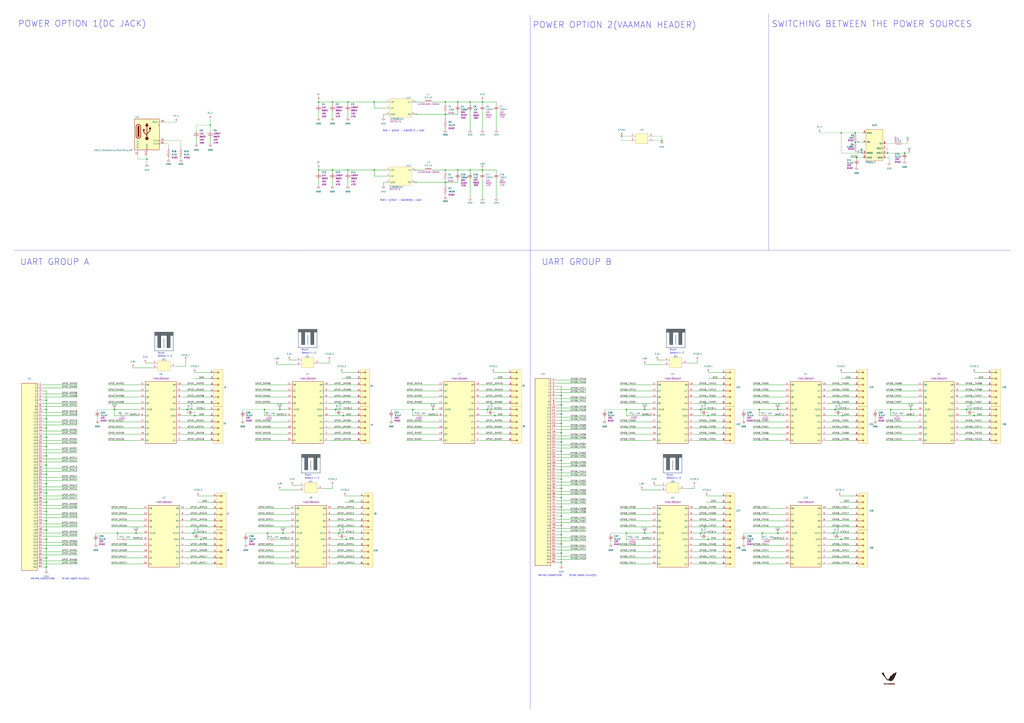
<source format=kicad_sch>
(kicad_sch (version 20231120) (generator "eeschema") (generator_version "8.0")
  (paper "A1")
  (title_block (title "VICHARAK") (date "2024-06-10") (rev "1.2"))
  (junction (at 581.66 341.63))
  (junction (at 96.52 438.15))
  (junction (at 461.01 454.66))
  (junction (at 278.13 438.15))
  (junction (at 365.76 83.82))
  (junction (at 461.01 424.18))
  (junction (at 38.1 374.65))
  (junction (at 120.65 130.81))
  (junction (at 626.11 438.15))
  (junction (at 38.1 389.89))
  (junction (at 638.81 438.15))
  (junction (at 261.62 83.82))
  (junction (at 396.24 139.7))
  (junction (at 38.1 397.51))
  (junction (at 229.87 336.55))
  (junction (at 461.01 393.7))
  (junction (at 684.53 438.15))
  (junction (at 748.03 336.55))
  (junction (at 690.88 109.22))
  (junction (at 365.76 149.86))
  (junction (at 285.75 83.82))
  (junction (at 153.67 336.55))
  (junction (at 461.01 462.28))
  (junction (at 38.1 420.37))
  (junction (at 461.01 347.98))
  (junction (at 365.76 139.7))
  (junction (at 160.02 341.63))
  (junction (at 38.1 336.55))
  (junction (at 38.1 367.03))
  (junction (at 111.76 438.15))
  (junction (at 38.1 359.41))
  (junction (at 461.01 340.36))
  (junction (at 232.41 438.15))
  (junction (at 461.01 439.42))
  (junction (at 38.1 466.09))
  (junction (at 158.75 438.15))
  (junction (at 685.8 336.55))
  (junction (at 217.17 336.55))
  (junction (at 375.92 83.82))
  (junction (at 386.08 139.7))
  (junction (at 38.1 450.85))
  (junction (at 461.01 401.32))
  (junction (at 365.76 93.98))
  (junction (at 461.01 408.94))
  (junction (at 307.34 139.7))
  (junction (at 529.59 438.15))
  (junction (at 285.75 139.7))
  (junction (at 461.01 386.08))
  (junction (at 273.05 83.82))
  (junction (at 275.59 336.55))
  (junction (at 38.1 412.75))
  (junction (at 281.94 341.63))
  (junction (at 38.1 458.47))
  (junction (at 793.75 336.55))
  (junction (at 742.95 125.73))
  (junction (at 375.92 139.7))
  (junction (at 514.35 336.55))
  (junction (at 38.1 344.17))
  (junction (at 461.01 416.56))
  (junction (at 543.56 115.57))
  (junction (at 38.1 405.13))
  (junction (at 690.88 443.23))
  (junction (at 93.98 336.55))
  (junction (at 386.08 83.82))
  (junction (at 623.57 336.55))
  (junction (at 307.34 83.82))
  (junction (at 581.66 443.23))
  (junction (at 461.01 363.22))
  (junction (at 575.31 336.55))
  (junction (at 38.1 351.79))
  (junction (at 406.4 341.63))
  (junction (at 461.01 332.74))
  (junction (at 461.01 370.84))
  (junction (at 638.81 336.55))
  (junction (at 461.01 378.46))
  (junction (at 355.6 336.55))
  (junction (at 702.31 116.84))
  (junction (at 800.1 341.63))
  (junction (at 692.15 341.63))
  (junction (at 339.09 336.55))
  (junction (at 510.54 111.76))
  (junction (at 575.31 438.15))
  (junction (at 38.1 435.61))
  (junction (at 38.1 443.23))
  (junction (at 461.01 325.12))
  (junction (at 38.1 328.93))
  (junction (at 461.01 431.8))
  (junction (at 702.31 109.22))
  (junction (at 284.48 443.23))
  (junction (at 396.24 83.82))
  (junction (at 461.01 355.6))
  (junction (at 400.05 336.55))
  (junction (at 529.59 336.55))
  (junction (at 728.98 125.73))
  (junction (at 461.01 447.04))
  (junction (at 38.1 427.99))
  (junction (at 165.1 443.23))
  (junction (at 703.58 129.54))
  (junction (at 219.71 438.15))
  (junction (at 273.05 139.7))
  (junction (at 731.52 336.55))
  (junction (at 261.62 139.7))
  (junction (at 172.72 102.87))
  (junction (at 38.1 382.27))
  (junction (at 514.35 438.15))
  (polyline (pts (xy 247.65 283.21) (xy 250.19 283.21)) (stroke (width 0.254) (type solid) (color 7 55 99 1)))
  (wire (pts (xy 114.3 361.95) (xy 88.9 361.95)) (stroke (width 0.254)))
  (polyline (pts (xy 547.37 386.08) (xy 549.91 386.08)) (stroke (width 0.254) (type solid) (color 7 55 99 1)))
  (wire (pts (xy 285.75 139.7) (xy 307.34 139.7)) (stroke (width 0.254)))
  (wire (pts (xy 63.5 410.21) (xy 35.56 410.21)) (stroke (width 0.254)))
  (wire (pts (xy 113.03 128.27) (xy 113.03 130.81)))
  (wire (pts (xy 273.05 433.07) (xy 295.91 433.07)) (stroke (width 0.254)))
  (wire (pts (xy 78.74 439.42) (xy 78.74 438.15)))
  (wire (pts (xy 396.24 86.36) (xy 396.24 83.82)) (stroke (width 0.254)))
  (wire (pts (xy 172.72 351.79) (xy 149.86 351.79)) (stroke (width 0.254)))
  (wire (pts (xy 800.1 339.09) (xy 800.1 341.63)))
  (wire (pts (xy 63.5 318.77) (xy 35.56 318.77)) (stroke (width 0.254)))
  (wire (pts (xy 165.1 440.69) (xy 165.1 443.23)))
  (wire (pts (xy 63.5 349.25) (xy 35.56 349.25)) (stroke (width 0.254)))
  (wire (pts (xy 741.68 118.11) (xy 745.49 118.11)))
  (wire (pts (xy 270.51 326.39) (xy 293.37 326.39)) (stroke (width 0.254)))
  (wire (pts (xy 172.72 341.63) (xy 160.02 341.63)) (stroke (width 0.254)))
  (wire (pts (xy 610.87 336.55) (xy 623.57 336.55)))
  (wire (pts (xy 643.89 361.95) (xy 618.49 361.95)) (stroke (width 0.254)))
  (wire (pts (xy 575.31 438.15) (xy 575.31 440.69)))
  (wire (pts (xy 321.31 336.55) (xy 339.09 336.55)))
  (wire (pts (xy 481.33 426.72) (xy 457.2 426.72)) (stroke (width 0.254)))
  (wire (pts (xy 727.71 125.73) (xy 728.98 125.73)))
  (polyline (pts (xy 245.11 270.51) (xy 245.11 285.75)) (stroke (width 0.254) (type solid) (color 7 55 99 1)))
  (wire (pts (xy 91.44 417.83) (xy 116.84 417.83)) (stroke (width 0.254)))
  (wire (pts (xy 149.86 336.55) (xy 153.67 336.55)) (stroke (width 0.254)))
  (wire (pts (xy 461.01 462.28) (xy 461.01 454.66)) (stroke (width 0.254)))
  (wire (pts (xy 201.93 444.5) (xy 201.93 447.04)))
  (wire (pts (xy 731.52 336.55) (xy 748.03 336.55)) (stroke (width 0.254)))
  (wire (pts (xy 631.19 341.63) (xy 643.89 341.63)) (stroke (width 0.254)))
  (wire (pts (xy 63.5 387.35) (xy 35.56 387.35)) (stroke (width 0.254)))
  (wire (pts (xy 593.09 361.95) (xy 570.23 361.95)) (stroke (width 0.254)))
  (polyline (pts (xy 557.53 386.08) (xy 557.53 375.92)) (stroke (width 0.254) (type solid) (color 7 55 99 1)))
  (wire (pts (xy 340.36 139.7) (xy 347.98 139.7)) (stroke (width 0.254)))
  (wire (pts (xy 514.35 336.55) (xy 529.59 336.55)) (stroke (width 0.254)))
  (wire (pts (xy 702.31 116.84) (xy 708.66 116.84)))
  (wire (pts (xy 461.01 355.6) (xy 461.01 347.98)) (stroke (width 0.254)))
  (wire (pts (xy 593.09 412.75) (xy 580.39 412.75)) (stroke (width 0.254)))
  (wire (pts (xy 570.23 417.83) (xy 593.09 417.83)) (stroke (width 0.254)))
  (wire (pts (xy 35.56 443.23) (xy 38.1 443.23)) (stroke (width 0.254)))
  (wire (pts (xy 623.57 341.63) (xy 623.57 336.55)) (stroke (width 0.254)))
  (wire (pts (xy 626.11 443.23) (xy 627.38 443.23)) (stroke (width 0.254)))
  (wire (pts (xy 572.77 295.91) (xy 572.77 298.45)) (stroke (width 0.254)))
  (wire (pts (xy 314.96 96.52) (xy 314.96 93.98)) (stroke (width 0.254)))
  (polyline (pts (xy 139.7 285.75) (xy 139.7 275.59)) (stroke (width 0.254) (type solid) (color 7 55 99 1)))
  (wire (pts (xy 673.1 109.22) (xy 690.88 109.22)))
  (wire (pts (xy 217.17 336.55) (xy 229.87 336.55)))
  (wire (pts (xy 509.27 346.71) (xy 534.67 346.71)) (stroke (width 0.254)))
  (wire (pts (xy 35.56 412.75) (xy 38.1 412.75)) (stroke (width 0.254)))
  (wire (pts (xy 152.4 295.91) (xy 152.4 300.99)) (stroke (width 0.254)))
  (wire (pts (xy 63.5 461.01) (xy 35.56 461.01)) (stroke (width 0.254)))
  (wire (pts (xy 120.65 128.27) (xy 120.65 130.81)))
  (polyline (pts (xy 132.08 275.59) (xy 137.16 275.59)) (stroke (width 0.254) (type solid) (color 7 55 99 1)))
  (wire (pts (xy 307.34 88.9) (xy 307.34 83.82)) (stroke (width 0.254)))
  (polyline (pts (xy 547.37 285.75) (xy 562.61 285.75)) (stroke (width 0.254) (type solid) (color 7 55 99 1)))
  (wire (pts (xy 38.1 450.85) (xy 38.1 458.47)) (stroke (width 0.254)))
  (wire (pts (xy 461.01 347.98) (xy 461.01 340.36)) (stroke (width 0.254)))
  (wire (pts (xy 581.66 306.07) (xy 593.09 306.07)) (stroke (width 0.254)))
  (wire (pts (xy 632.46 443.23) (xy 643.89 443.23)) (stroke (width 0.254)))
  (polyline (pts (xy 257.81 375.92) (xy 257.81 386.08)) (stroke (width 0.254) (type solid) (color 7 55 99 1)))
  (wire (pts (xy 93.98 336.55) (xy 93.98 341.63)) (stroke (width 0.254)))
  (wire (pts (xy 355.6 83.82) (xy 365.76 83.82)) (stroke (width 0.254)))
  (polyline (pts (xy 554.99 375.92) (xy 554.99 386.08)) (stroke (width 0.254) (type solid) (color 7 55 99 1)))
  (wire (pts (xy 509.27 427.99) (xy 534.67 427.99)) (stroke (width 0.254)))
  (polyline (pts (xy 435.61 205.74) (xy 435.61 582.93)))
  (wire (pts (xy 702.31 458.47) (xy 679.45 458.47)) (stroke (width 0.254)))
  (wire (pts (xy 702.31 336.55) (xy 685.8 336.55)) (stroke (width 0.254)))
  (wire (pts (xy 38.1 458.47) (xy 38.1 466.09)) (stroke (width 0.254)))
  (wire (pts (xy 593.09 458.47) (xy 570.23 458.47)) (stroke (width 0.254)))
  (wire (pts (xy 509.27 448.31) (xy 534.67 448.31)) (stroke (width 0.254)))
  (wire (pts (xy 679.45 326.39) (xy 702.31 326.39)) (stroke (width 0.254)))
  (wire (pts (xy 307.34 83.82) (xy 317.5 83.82)) (stroke (width 0.254)))
  (wire (pts (xy 788.67 321.31) (xy 811.53 321.31)) (stroke (width 0.254)))
  (wire (pts (xy 375.92 142.24) (xy 375.92 139.7)) (stroke (width 0.254)))
  (wire (pts (xy 496.57 337.82) (xy 496.57 336.55)))
  (wire (pts (xy 293.37 361.95) (xy 270.51 361.95)) (stroke (width 0.254)))
  (wire (pts (xy 88.9 326.39) (xy 114.3 326.39)) (stroke (width 0.254)))
  (wire (pts (xy 38.1 351.79) (xy 38.1 359.41)) (stroke (width 0.254)))
  (wire (pts (xy 270.51 321.31) (xy 293.37 321.31)) (stroke (width 0.254)))
  (wire (pts (xy 63.5 334.01) (xy 35.56 334.01)) (stroke (width 0.254)))
  (wire (pts (xy 35.56 374.65) (xy 38.1 374.65)) (stroke (width 0.254)))
  (wire (pts (xy 175.26 453.39) (xy 152.4 453.39)) (stroke (width 0.254)))
  (wire (pts (xy 35.56 351.79) (xy 38.1 351.79)) (stroke (width 0.254)))
  (wire (pts (xy 80.01 342.9) (xy 80.01 345.44)))
  (wire (pts (xy 273.05 427.99) (xy 295.91 427.99)) (stroke (width 0.254)))
  (wire (pts (xy 618.49 453.39) (xy 643.89 453.39)) (stroke (width 0.254)))
  (wire (pts (xy 417.83 341.63) (xy 406.4 341.63)) (stroke (width 0.254)))
  (wire (pts (xy 481.33 322.58) (xy 457.2 322.58)) (stroke (width 0.254)))
  (wire (pts (xy 753.11 321.31) (xy 727.71 321.31)) (stroke (width 0.254)))
  (wire (pts (xy 510.54 111.76) (xy 510.54 115.57)))
  (wire (pts (xy 457.2 370.84) (xy 461.01 370.84)) (stroke (width 0.254)))
  (wire (pts (xy 96.52 438.15) (xy 111.76 438.15)) (stroke (width 0.254)))
  (wire (pts (xy 570.23 422.91) (xy 593.09 422.91)) (stroke (width 0.254)))
  (wire (pts (xy 481.33 365.76) (xy 457.2 365.76)) (stroke (width 0.254)))
  (wire (pts (xy 396.24 106.68) (xy 396.24 91.44)) (stroke (width 0.254)))
  (wire (pts (xy 481.33 337.82) (xy 457.2 337.82)) (stroke (width 0.254)))
  (wire (pts (xy 702.31 412.75) (xy 689.61 412.75)) (stroke (width 0.254)))
  (wire (pts (xy 542.29 398.78) (xy 537.21 398.78)) (stroke (width 0.254)))
  (wire (pts (xy 593.09 311.15) (xy 581.66 311.15)) (stroke (width 0.254)))
  (wire (pts (xy 626.11 341.63) (xy 623.57 341.63)) (stroke (width 0.254)))
  (wire (pts (xy 317.5 144.78) (xy 307.34 144.78)) (stroke (width 0.254)))
  (polyline (pts (xy 262.89 388.62) (xy 262.89 373.38)) (stroke (width 0.254) (type solid) (color 7 55 99 1)))
  (wire (pts (xy 365.76 93.98) (xy 365.76 97.79)) (stroke (width 0.254)))
  (wire (pts (xy 160.02 341.63) (xy 149.86 341.63)) (stroke (width 0.254)))
  (wire (pts (xy 35.56 382.27) (xy 38.1 382.27)) (stroke (width 0.254)))
  (wire (pts (xy 745.49 116.84) (xy 745.49 118.11)))
  (wire (pts (xy 396.24 139.7) (xy 386.08 139.7)) (stroke (width 0.254)))
  (wire (pts (xy 63.5 377.19) (xy 35.56 377.19)) (stroke (width 0.254)))
  (wire (pts (xy 88.9 346.71) (xy 114.3 346.71)) (stroke (width 0.254)))
  (wire (pts (xy 728.98 125.73) (xy 742.95 125.73)))
  (polyline (pts (xy 137.16 275.59) (xy 137.16 285.75)) (stroke (width 0.254) (type solid) (color 7 55 99 1)))
  (wire (pts (xy 481.33 388.62) (xy 457.2 388.62)) (stroke (width 0.254)))
  (wire (pts (xy 481.33 345.44) (xy 457.2 345.44)) (stroke (width 0.254)))
  (wire (pts (xy 35.56 458.47) (xy 38.1 458.47)) (stroke (width 0.254)))
  (wire (pts (xy 481.33 434.34) (xy 457.2 434.34)) (stroke (width 0.254)))
  (wire (pts (xy 209.55 316.23) (xy 234.95 316.23)) (stroke (width 0.254)))
  (wire (pts (xy 523.24 341.63) (xy 534.67 341.63)) (stroke (width 0.254)))
  (wire (pts (xy 457.2 439.42) (xy 461.01 439.42)) (stroke (width 0.254)))
  (wire (pts (xy 811.53 336.55) (xy 793.75 336.55)) (stroke (width 0.254)))
  (wire (pts (xy 38.1 374.65) (xy 38.1 382.27)) (stroke (width 0.254)))
  (wire (pts (xy 684.53 438.15) (xy 684.53 440.69)))
  (wire (pts (xy 534.67 433.07) (xy 509.27 433.07)) (stroke (width 0.254)))
  (wire (pts (xy 38.1 412.75) (xy 38.1 420.37)) (stroke (width 0.254)))
  (wire (pts (xy 570.23 433.07) (xy 593.09 433.07)) (stroke (width 0.254)))
  (wire (pts (xy 91.44 427.99) (xy 116.84 427.99)) (stroke (width 0.254)))
  (wire (pts (xy 727.71 121.92) (xy 728.98 121.92)))
  (polyline (pts (xy 247.65 375.92) (xy 250.19 375.92)) (stroke (width 0.254) (type solid) (color 7 55 99 1)))
  (wire (pts (xy 199.39 342.9) (xy 199.39 345.44)))
  (wire (pts (xy 161.29 113.03) (xy 161.29 118.11)) (stroke (width 0.254)))
  (wire (pts (xy 481.33 449.58) (xy 457.2 449.58)) (stroke (width 0.254)))
  (wire (pts (xy 261.62 82.55) (xy 261.62 83.82)))
  (wire (pts (xy 406.4 339.09) (xy 406.4 341.63)))
  (wire (pts (xy 679.45 316.23) (xy 702.31 316.23)) (stroke (width 0.254)))
  (wire (pts (xy 461.01 325.12) (xy 457.2 325.12)) (stroke (width 0.254)))
  (polyline (pts (xy 557.53 375.92) (xy 560.07 375.92)) (stroke (width 0.254) (type solid) (color 7 55 99 1)))
  (wire (pts (xy 261.62 86.36) (xy 261.62 83.82)) (stroke (width 0.254)))
  (wire (pts (xy 618.49 458.47) (xy 643.89 458.47)) (stroke (width 0.254)))
  (wire (pts (xy 718.82 342.9) (xy 718.82 345.44)))
  (wire (pts (xy 481.33 452.12) (xy 457.2 452.12)) (stroke (width 0.254)))
  (wire (pts (xy 618.49 356.87) (xy 643.89 356.87)) (stroke (width 0.254)))
  (wire (pts (xy 109.22 302.26) (xy 124.46 302.26)) (stroke (width 0.254)))
  (wire (pts (xy 702.31 311.15) (xy 690.88 311.15)) (stroke (width 0.254)))
  (wire (pts (xy 270.51 331.47) (xy 293.37 331.47)) (stroke (width 0.254)))
  (polyline (pts (xy 250.19 375.92) (xy 250.19 386.08)) (stroke (width 0.254) (type solid) (color 7 55 99 1)))
  (wire (pts (xy 284.48 440.69) (xy 284.48 443.23)))
  (wire (pts (xy 38.1 435.61) (xy 38.1 443.23)) (stroke (width 0.254)))
  (wire (pts (xy 35.56 466.09) (xy 38.1 466.09)) (stroke (width 0.254)))
  (wire (pts (xy 284.48 443.23) (xy 273.05 443.23)) (stroke (width 0.254)))
  (wire (pts (xy 217.17 341.63) (xy 217.17 336.55)) (stroke (width 0.254)))
  (wire (pts (xy 283.21 407.67) (xy 295.91 407.67)) (stroke (width 0.254)))
  (wire (pts (xy 529.59 299.72) (xy 544.83 299.72)) (stroke (width 0.254)))
  (wire (pts (xy 457.2 363.22) (xy 461.01 363.22)) (stroke (width 0.254)))
  (wire (pts (xy 321.31 337.82) (xy 321.31 336.55)))
  (wire (pts (xy 365.76 149.86) (xy 375.92 149.86)) (stroke (width 0.254)))
  (wire (pts (xy 365.76 93.98) (xy 375.92 93.98)) (stroke (width 0.254)))
  (wire (pts (xy 461.01 386.08) (xy 461.01 378.46)) (stroke (width 0.254)))
  (wire (pts (xy 593.09 346.71) (xy 570.23 346.71)) (stroke (width 0.254)))
  (wire (pts (xy 135.89 118.11) (xy 138.43 118.11)))
  (wire (pts (xy 618.49 463.55) (xy 643.89 463.55)) (stroke (width 0.254)))
  (wire (pts (xy 727.71 118.11) (xy 734.06 118.11)))
  (wire (pts (xy 38.1 321.31) (xy 38.1 328.93)) (stroke (width 0.254)))
  (wire (pts (xy 396.24 162.56) (xy 396.24 147.32)) (stroke (width 0.254)))
  (wire (pts (xy 593.09 336.55) (xy 575.31 336.55)) (stroke (width 0.254)))
  (wire (pts (xy 417.83 346.71) (xy 394.97 346.71)) (stroke (width 0.254)))
  (wire (pts (xy 417.83 356.87) (xy 394.97 356.87)) (stroke (width 0.254)))
  (polyline (pts (xy 560.07 373.38) (xy 544.83 373.38)) (stroke (width 0.254) (type solid) (color 7 55 99 1)))
  (wire (pts (xy 793.75 336.55) (xy 793.75 339.09)))
  (wire (pts (xy 407.67 162.56) (xy 407.67 147.32)) (stroke (width 0.254)))
  (wire (pts (xy 80.01 337.82) (xy 80.01 336.55)))
  (wire (pts (xy 209.55 346.71) (xy 234.95 346.71)) (stroke (width 0.254)))
  (polyline (pts (xy 142.24 273.05) (xy 127 273.05)) (stroke (width 0.254) (type solid) (color 7 55 99 1)))
  (wire (pts (xy 618.49 316.23) (xy 643.89 316.23)) (stroke (width 0.254)))
  (wire (pts (xy 405.13 306.07) (xy 417.83 306.07)) (stroke (width 0.254)))
  (wire (pts (xy 283.21 440.69) (xy 284.48 440.69)))
  (wire (pts (xy 63.5 323.85) (xy 35.56 323.85)) (stroke (width 0.254)))
  (wire (pts (xy 227.33 299.72) (xy 242.57 299.72)) (stroke (width 0.254)))
  (wire (pts (xy 593.09 448.31) (xy 570.23 448.31)) (stroke (width 0.254)))
  (wire (pts (xy 175.26 458.47) (xy 152.4 458.47)) (stroke (width 0.254)))
  (wire (pts (xy 281.94 339.09) (xy 281.94 341.63)))
  (wire (pts (xy 788.67 316.23) (xy 811.53 316.23)) (stroke (width 0.254)))
  (wire (pts (xy 638.81 336.55) (xy 643.89 336.55)) (stroke (width 0.254)))
  (wire (pts (xy 461.01 370.84) (xy 461.01 363.22)) (stroke (width 0.254)))
  (wire (pts (xy 261.62 142.24) (xy 261.62 139.7)) (stroke (width 0.254)))
  (wire (pts (xy 685.8 336.55) (xy 685.8 339.09)))
  (wire (pts (xy 481.33 350.52) (xy 457.2 350.52)) (stroke (width 0.254)))
  (wire (pts (xy 702.31 448.31) (xy 679.45 448.31)) (stroke (width 0.254)))
  (wire (pts (xy 148.59 129.54) (xy 148.59 130.81)))
  (wire (pts (xy 175.26 443.23) (xy 165.1 443.23)) (stroke (width 0.254)))
  (wire (pts (xy 149.86 321.31) (xy 172.72 321.31)) (stroke (width 0.254)))
  (wire (pts (xy 718.82 336.55) (xy 731.52 336.55)))
  (wire (pts (xy 708.66 129.54) (xy 703.58 129.54)))
  (wire (pts (xy 160.02 306.07) (xy 172.72 306.07)) (stroke (width 0.254)))
  (polyline (pts (xy 549.91 273.05) (xy 549.91 283.21)) (stroke (width 0.254) (type solid) (color 7 55 99 1)))
  (wire (pts (xy 365.76 92.71) (xy 365.76 93.98)))
  (wire (pts (xy 153.67 336.55) (xy 172.72 336.55)) (stroke (width 0.254)))
  (wire (pts (xy 340.36 93.98) (xy 365.76 93.98)) (stroke (width 0.254)))
  (wire (pts (xy 575.31 438.15) (xy 570.23 438.15)) (stroke (width 0.254)))
  (wire (pts (xy 80.01 336.55) (xy 93.98 336.55)))
  (wire (pts (xy 734.06 341.63) (xy 731.52 341.63)) (stroke (width 0.254)))
  (wire (pts (xy 165.1 443.23) (xy 152.4 443.23)) (stroke (width 0.254)))
  (wire (pts (xy 516.89 443.23) (xy 514.35 443.23)) (stroke (width 0.254)))
  (wire (pts (xy 104.14 443.23) (xy 116.84 443.23)) (stroke (width 0.254)))
  (wire (pts (xy 527.05 402.59) (xy 542.29 402.59)) (stroke (width 0.254)))
  (wire (pts (xy 38.1 367.03) (xy 38.1 374.65)) (stroke (width 0.254)))
  (wire (pts (xy 461.01 408.94) (xy 461.01 401.32)) (stroke (width 0.254)))
  (wire (pts (xy 679.45 427.99) (xy 702.31 427.99)) (stroke (width 0.254)))
  (wire (pts (xy 702.31 341.63) (xy 692.15 341.63)) (stroke (width 0.254)))
  (wire (pts (xy 152.4 300.99) (xy 144.78 300.99)) (stroke (width 0.254)))
  (wire (pts (xy 261.62 83.82) (xy 273.05 83.82)) (stroke (width 0.254)))
  (polyline (pts (xy 260.35 285.75) (xy 260.35 270.51)) (stroke (width 0.254) (type solid) (color 7 55 99 1)))
  (polyline (pts (xy 247.65 388.62) (xy 262.89 388.62)) (stroke (width 0.254) (type solid) (color 7 55 99 1)))
  (wire (pts (xy 702.31 109.22) (xy 708.66 109.22)))
  (polyline (pts (xy 127 288.29) (xy 142.24 288.29)) (stroke (width 0.254) (type solid) (color 7 55 99 1)))
  (wire (pts (xy 405.13 339.09) (xy 406.4 339.09)))
  (wire (pts (xy 690.88 125.73) (xy 690.88 109.22)))
  (wire (pts (xy 534.67 463.55) (xy 509.27 463.55)) (stroke (width 0.254)))
  (wire (pts (xy 285.75 91.44) (xy 285.75 96.52)) (stroke (width 0.254)))
  (wire (pts (xy 509.27 316.23) (xy 534.67 316.23)) (stroke (width 0.254)))
  (wire (pts (xy 334.01 316.23) (xy 359.41 316.23)) (stroke (width 0.254)))
  (wire (pts (xy 158.75 438.15) (xy 175.26 438.15)) (stroke (width 0.254)))
  (wire (pts (xy 96.52 443.23) (xy 96.52 438.15)) (stroke (width 0.254)))
  (wire (pts (xy 610.87 337.82) (xy 610.87 336.55)))
  (wire (pts (xy 199.39 337.82) (xy 199.39 336.55)))
  (wire (pts (xy 396.24 142.24) (xy 396.24 139.7)) (stroke (width 0.254)))
  (wire (pts (xy 481.33 459.74) (xy 457.2 459.74)) (stroke (width 0.254)))
  (wire (pts (xy 138.43 129.54) (xy 138.43 130.81)))
  (wire (pts (xy 63.5 407.67) (xy 35.56 407.67)) (stroke (width 0.254)))
  (wire (pts (xy 580.39 339.09) (xy 581.66 339.09)))
  (wire (pts (xy 63.5 463.55) (xy 35.56 463.55)) (stroke (width 0.254)))
  (wire (pts (xy 295.91 443.23) (xy 284.48 443.23)) (stroke (width 0.254)))
  (wire (pts (xy 481.33 360.68) (xy 457.2 360.68)) (stroke (width 0.254)))
  (wire (pts (xy 375.92 91.44) (xy 375.92 93.98)) (stroke (width 0.254)))
  (wire (pts (xy 91.44 458.47) (xy 116.84 458.47)) (stroke (width 0.254)))
  (wire (pts (xy 407.67 86.36) (xy 407.67 83.82)) (stroke (width 0.254)))
  (wire (pts (xy 245.11 398.78) (xy 240.03 398.78)) (stroke (width 0.254)))
  (polyline (pts (xy 552.45 283.21) (xy 552.45 273.05)) (stroke (width 0.254) (type solid) (color 7 55 99 1)))
  (wire (pts (xy 753.11 331.47) (xy 727.71 331.47)) (stroke (width 0.254)))
  (wire (pts (xy 800.1 341.63) (xy 788.67 341.63)) (stroke (width 0.254)))
  (wire (pts (xy 219.71 443.23) (xy 220.98 443.23)) (stroke (width 0.254)))
  (wire (pts (xy 223.52 341.63) (xy 234.95 341.63)) (stroke (width 0.254)))
  (wire (pts (xy 481.33 368.3) (xy 457.2 368.3)) (stroke (width 0.254)))
  (wire (pts (xy 158.75 438.15) (xy 158.75 440.69)))
  (wire (pts (xy 514.35 341.63) (xy 514.35 336.55)) (stroke (width 0.254)))
  (wire (pts (xy 124.46 298.45) (xy 119.38 298.45)) (stroke (width 0.254)))
  (wire (pts (xy 226.06 443.23) (xy 237.49 443.23)) (stroke (width 0.254)))
  (wire (pts (xy 570.23 398.78) (xy 570.23 401.32)) (stroke (width 0.254)))
  (wire (pts (xy 35.56 367.03) (xy 38.1 367.03)) (stroke (width 0.254)))
  (wire (pts (xy 748.03 336.55) (xy 753.11 336.55)) (stroke (width 0.254)))
  (wire (pts (xy 457.2 393.7) (xy 461.01 393.7)) (stroke (width 0.254)))
  (wire (pts (xy 481.33 358.14) (xy 457.2 358.14)) (stroke (width 0.254)))
  (wire (pts (xy 199.39 336.55) (xy 217.17 336.55)))
  (wire (pts (xy 285.75 83.82) (xy 307.34 83.82)) (stroke (width 0.254)))
  (wire (pts (xy 457.2 424.18) (xy 461.01 424.18)) (stroke (width 0.254)))
  (wire (pts (xy 703.58 129.54) (xy 698.5 129.54)))
  (wire (pts (xy 581.66 341.63) (xy 570.23 341.63)) (stroke (width 0.254)))
  (polyline (pts (xy 142.24 288.29) (xy 142.24 273.05)) (stroke (width 0.254) (type solid) (color 7 55 99 1)))
  (wire (pts (xy 234.95 321.31) (xy 209.55 321.31)) (stroke (width 0.254)))
  (polyline (pts (xy 11.43 205.74) (xy 246.38 205.74)))
  (wire (pts (xy 417.83 336.55) (xy 400.05 336.55)) (stroke (width 0.254)))
  (wire (pts (xy 593.09 341.63) (xy 581.66 341.63)) (stroke (width 0.254)))
  (wire (pts (xy 63.5 445.77) (xy 35.56 445.77)) (stroke (width 0.254)))
  (wire (pts (xy 295.91 448.31) (xy 273.05 448.31)) (stroke (width 0.254)))
  (wire (pts (xy 63.5 364.49) (xy 35.56 364.49)) (stroke (width 0.254)))
  (wire (pts (xy 365.76 93.98) (xy 367.03 93.98)))
  (wire (pts (xy 63.5 430.53) (xy 35.56 430.53)) (stroke (width 0.254)))
  (wire (pts (xy 457.2 317.5) (xy 461.01 317.5)) (stroke (width 0.254)))
  (wire (pts (xy 610.87 439.42) (xy 610.87 438.15)))
  (polyline (pts (xy 137.16 285.75) (xy 139.7 285.75)) (stroke (width 0.254) (type solid) (color 7 55 99 1)))
  (wire (pts (xy 321.31 342.9) (xy 321.31 345.44)))
  (polyline (pts (xy 250.19 386.08) (xy 252.73 386.08)) (stroke (width 0.254) (type solid) (color 7 55 99 1)))
  (wire (pts (xy 35.56 344.17) (xy 38.1 344.17)) (stroke (width 0.254)))
  (wire (pts (xy 232.41 438.15) (xy 237.49 438.15)) (stroke (width 0.254)))
  (wire (pts (xy 285.75 147.32) (xy 285.75 152.4)) (stroke (width 0.254)))
  (wire (pts (xy 461.01 416.56) (xy 461.01 408.94)) (stroke (width 0.254)))
  (wire (pts (xy 457.2 347.98) (xy 461.01 347.98)) (stroke (width 0.254)))
  (wire (pts (xy 690.88 339.09) (xy 692.15 339.09)))
  (wire (pts (xy 509.27 331.47) (xy 534.67 331.47)) (stroke (width 0.254)))
  (wire (pts (xy 570.23 331.47) (xy 593.09 331.47)) (stroke (width 0.254)))
  (polyline (pts (xy 247.65 273.05) (xy 247.65 283.21)) (stroke (width 0.254) (type solid) (color 7 55 99 1)))
  (wire (pts (xy 481.33 375.92) (xy 457.2 375.92)) (stroke (width 0.254)))
  (wire (pts (xy 702.31 443.23) (xy 690.88 443.23)) (stroke (width 0.254)))
  (wire (pts (xy 788.67 331.47) (xy 811.53 331.47)) (stroke (width 0.254)))
  (wire (pts (xy 35.56 359.41) (xy 38.1 359.41)) (stroke (width 0.254)))
  (polyline (pts (xy 127 275.59) (xy 129.54 275.59)) (stroke (width 0.254) (type solid) (color 7 55 99 1)))
  (wire (pts (xy 270.51 336.55) (xy 275.59 336.55)) (stroke (width 0.254)))
  (wire (pts (xy 273.05 417.83) (xy 295.91 417.83)) (stroke (width 0.254)))
  (wire (pts (xy 570.23 326.39) (xy 593.09 326.39)) (stroke (width 0.254)))
  (wire (pts (xy 172.72 356.87) (xy 149.86 356.87)) (stroke (width 0.254)))
  (wire (pts (xy 702.31 351.79) (xy 679.45 351.79)) (stroke (width 0.254)))
  (wire (pts (xy 461.01 393.7) (xy 461.01 386.08)) (stroke (width 0.254)))
  (wire (pts (xy 63.5 369.57) (xy 35.56 369.57)) (stroke (width 0.254)))
  (wire (pts (xy 516.89 111.76) (xy 510.54 111.76)))
  (wire (pts (xy 78.74 444.5) (xy 78.74 447.04)))
  (wire (pts (xy 481.33 406.4) (xy 457.2 406.4)) (stroke (width 0.254)))
  (wire (pts (xy 509.27 356.87) (xy 534.67 356.87)) (stroke (width 0.254)))
  (wire (pts (xy 38.1 328.93) (xy 38.1 336.55)) (stroke (width 0.254)))
  (wire (pts (xy 63.5 339.09) (xy 35.56 339.09)) (stroke (width 0.254)))
  (wire (pts (xy 730.25 133.35) (xy 730.25 129.54)))
  (wire (pts (xy 209.55 356.87) (xy 234.95 356.87)) (stroke (width 0.254)))
  (wire (pts (xy 63.5 326.39) (xy 35.56 326.39)) (stroke (width 0.254)))
  (polyline (pts (xy 554.99 386.08) (xy 557.53 386.08)) (stroke (width 0.254) (type solid) (color 7 55 99 1)))
  (wire (pts (xy 307.34 139.7) (xy 317.5 139.7)) (stroke (width 0.254)))
  (wire (pts (xy 461.01 332.74) (xy 461.01 325.12)) (stroke (width 0.254)))
  (wire (pts (xy 684.53 438.15) (xy 679.45 438.15)) (stroke (width 0.254)))
  (polyline (pts (xy 132.08 285.75) (xy 132.08 275.59)) (stroke (width 0.254) (type solid) (color 7 55 99 1)))
  (wire (pts (xy 111.76 438.15) (xy 116.84 438.15)) (stroke (width 0.254)))
  (wire (pts (xy 63.5 400.05) (xy 35.56 400.05)) (stroke (width 0.254)))
  (wire (pts (xy 38.1 359.41) (xy 38.1 367.03)) (stroke (width 0.254)))
  (wire (pts (xy 529.59 438.15) (xy 534.67 438.15)) (stroke (width 0.254)))
  (wire (pts (xy 99.06 443.23) (xy 96.52 443.23)) (stroke (width 0.254)))
  (polyline (pts (xy 134.62 278.13) (xy 134.62 285.75)) (stroke (width 0.254) (type solid) (color 7 55 99 1)))
  (wire (pts (xy 78.74 438.15) (xy 96.52 438.15)))
  (wire (pts (xy 800.1 306.07) (xy 811.53 306.07)) (stroke (width 0.254)))
  (wire (pts (xy 394.97 316.23) (xy 417.83 316.23)) (stroke (width 0.254)))
  (wire (pts (xy 457.2 431.8) (xy 461.01 431.8)) (stroke (width 0.254)))
  (wire (pts (xy 481.33 312.42) (xy 457.2 312.42)) (stroke (width 0.254)))
  (wire (pts (xy 38.1 336.55) (xy 38.1 344.17)) (stroke (width 0.254)))
  (wire (pts (xy 703.58 137.16) (xy 703.58 135.89)))
  (polyline (pts (xy 547.37 375.92) (xy 547.37 386.08)) (stroke (width 0.254) (type solid) (color 7 55 99 1)))
  (wire (pts (xy 314.96 152.4) (xy 314.96 149.86)) (stroke (width 0.254)))
  (wire (pts (xy 679.45 321.31) (xy 702.31 321.31)) (stroke (width 0.254)))
  (wire (pts (xy 396.24 138.43) (xy 396.24 139.7)))
  (wire (pts (xy 417.83 351.79) (xy 394.97 351.79)) (stroke (width 0.254)))
  (wire (pts (xy 457.2 340.36) (xy 461.01 340.36)) (stroke (width 0.254)))
  (polyline (pts (xy 247.65 373.38) (xy 247.65 388.62)) (stroke (width 0.254) (type solid) (color 7 55 99 1)))
  (wire (pts (xy 618.49 448.31) (xy 643.89 448.31)) (stroke (width 0.254)))
  (wire (pts (xy 38.1 344.17) (xy 38.1 351.79)) (stroke (width 0.254)))
  (wire (pts (xy 811.53 351.79) (xy 788.67 351.79)) (stroke (width 0.254)))
  (wire (pts (xy 172.72 311.15) (xy 160.02 311.15)) (stroke (width 0.254)))
  (wire (pts (xy 481.33 335.28) (xy 457.2 335.28)) (stroke (width 0.254)))
  (wire (pts (xy 702.31 356.87) (xy 679.45 356.87)) (stroke (width 0.254)))
  (wire (pts (xy 35.56 316.23) (xy 63.5 316.23)) (stroke (width 0.254)))
  (wire (pts (xy 461.01 317.5) (xy 461.01 325.12)) (stroke (width 0.254)))
  (wire (pts (xy 580.39 407.67) (xy 593.09 407.67)) (stroke (width 0.254)))
  (wire (pts (xy 365.76 139.7) (xy 365.76 140.97)))
  (wire (pts (xy 481.33 373.38) (xy 457.2 373.38)) (stroke (width 0.254)))
  (wire (pts (xy 692.15 339.09) (xy 692.15 341.63)))
  (polyline (pts (xy 435.61 205.74) (xy 829.31 205.74)))
  (polyline (pts (xy 560.07 273.05) (xy 562.61 273.05)) (stroke (width 0.254) (type solid) (color 7 55 99 1)))
  (wire (pts (xy 575.31 336.55) (xy 570.23 336.55)) (stroke (width 0.254)))
  (wire (pts (xy 113.03 130.81) (xy 120.65 130.81)))
  (polyline (pts (xy 549.91 283.21) (xy 552.45 283.21)) (stroke (width 0.254) (type solid) (color 7 55 99 1)))
  (wire (pts (xy 152.4 433.07) (xy 175.26 433.07)) (stroke (width 0.254)))
  (wire (pts (xy 457.2 386.08) (xy 461.01 386.08)) (stroke (width 0.254)))
  (wire (pts (xy 293.37 346.71) (xy 270.51 346.71)) (stroke (width 0.254)))
  (polyline (pts (xy 631.19 11.43) (xy 631.19 205.74)))
  (wire (pts (xy 355.6 336.55) (xy 339.09 336.55)))
  (polyline (pts (xy 557.53 273.05) (xy 557.53 283.21)) (stroke (width 0.254) (type solid) (color 7 55 99 1)))
  (wire (pts (xy 63.5 361.95) (xy 35.56 361.95)) (stroke (width 0.254)))
  (wire (pts (xy 593.09 356.87) (xy 570.23 356.87)) (stroke (width 0.254)))
  (wire (pts (xy 509.27 458.47) (xy 534.67 458.47)) (stroke (width 0.254)))
  (wire (pts (xy 461.01 439.42) (xy 461.01 431.8)) (stroke (width 0.254)))
  (wire (pts (xy 63.5 379.73) (xy 35.56 379.73)) (stroke (width 0.254)))
  (wire (pts (xy 481.33 419.1) (xy 457.2 419.1)) (stroke (width 0.254)))
  (wire (pts (xy 702.31 361.95) (xy 679.45 361.95)) (stroke (width 0.254)))
  (wire (pts (xy 811.53 311.15) (xy 800.1 311.15)) (stroke (width 0.254)))
  (wire (pts (xy 509.27 326.39) (xy 534.67 326.39)) (stroke (width 0.254)))
  (wire (pts (xy 285.75 86.36) (xy 285.75 83.82)) (stroke (width 0.254)))
  (wire (pts (xy 406.4 341.63) (xy 394.97 341.63)) (stroke (width 0.254)))
  (wire (pts (xy 63.5 417.83) (xy 35.56 417.83)) (stroke (width 0.254)))
  (wire (pts (xy 149.86 326.39) (xy 172.72 326.39)) (stroke (width 0.254)))
  (wire (pts (xy 375.92 147.32) (xy 375.92 149.86)) (stroke (width 0.254)))
  (wire (pts (xy 708.66 125.73) (xy 690.88 125.73)))
  (polyline (pts (xy 260.35 375.92) (xy 262.89 375.92)) (stroke (width 0.254) (type solid) (color 7 55 99 1)))
  (wire (pts (xy 386.08 91.44) (xy 386.08 106.68)) (stroke (width 0.254)))
  (wire (pts (xy 217.17 341.63) (xy 218.44 341.63)) (stroke (width 0.254)))
  (wire (pts (xy 375.92 86.36) (xy 375.92 83.82)) (stroke (width 0.254)))
  (wire (pts (xy 307.34 144.78) (xy 307.34 139.7)) (stroke (width 0.254)))
  (wire (pts (xy 457.2 355.6) (xy 461.01 355.6)) (stroke (width 0.254)))
  (wire (pts (xy 417.83 361.95) (xy 394.97 361.95)) (stroke (width 0.254)))
  (wire (pts (xy 626.11 443.23) (xy 626.11 438.15)) (stroke (width 0.254)))
  (wire (pts (xy 175.26 412.75) (xy 162.56 412.75)) (stroke (width 0.254)))
  (wire (pts (xy 212.09 433.07) (xy 237.49 433.07)) (stroke (width 0.254)))
  (wire (pts (xy 731.52 341.63) (xy 731.52 336.55)) (stroke (width 0.254)))
  (wire (pts (xy 544.83 295.91) (xy 539.75 295.91)) (stroke (width 0.254)))
  (wire (pts (xy 570.23 401.32) (xy 562.61 401.32)) (stroke (width 0.254)))
  (wire (pts (xy 521.97 443.23) (xy 534.67 443.23)) (stroke (width 0.254)))
  (polyline (pts (xy 250.19 283.21) (xy 250.19 273.05)) (stroke (width 0.254) (type solid) (color 7 55 99 1)))
  (wire (pts (xy 172.72 113.03) (xy 172.72 118.11)) (stroke (width 0.254)))
  (wire (pts (xy 481.33 436.88) (xy 457.2 436.88)) (stroke (width 0.254)))
  (wire (pts (xy 702.31 453.39) (xy 679.45 453.39)) (stroke (width 0.254)))
  (polyline (pts (xy 255.27 378.46) (xy 255.27 386.08)) (stroke (width 0.254) (type solid) (color 7 55 99 1)))
  (wire (pts (xy 386.08 83.82) (xy 375.92 83.82)) (stroke (width 0.254)))
  (wire (pts (xy 593.09 438.15) (xy 575.31 438.15)) (stroke (width 0.254)))
  (wire (pts (xy 209.55 326.39) (xy 234.95 326.39)) (stroke (width 0.254)))
  (wire (pts (xy 739.14 341.63) (xy 753.11 341.63)) (stroke (width 0.254)))
  (wire (pts (xy 481.33 383.54) (xy 457.2 383.54)) (stroke (width 0.254)))
  (wire (pts (xy 570.23 321.31) (xy 593.09 321.31)) (stroke (width 0.254)))
  (wire (pts (xy 63.5 392.43) (xy 35.56 392.43)) (stroke (width 0.254)))
  (wire (pts (xy 481.33 327.66) (xy 457.2 327.66)) (stroke (width 0.254)))
  (wire (pts (xy 38.1 427.99) (xy 38.1 435.61)) (stroke (width 0.254)))
  (wire (pts (xy 314.96 93.98) (xy 317.5 93.98)) (stroke (width 0.254)))
  (wire (pts (xy 172.72 97.79) (xy 172.72 102.87)))
  (wire (pts (xy 285.75 142.24) (xy 285.75 139.7)) (stroke (width 0.254)))
  (wire (pts (xy 365.76 160.02) (xy 365.76 161.29)))
  (wire (pts (xy 514.35 341.63) (xy 518.16 341.63)) (stroke (width 0.254)))
  (wire (pts (xy 400.05 336.55) (xy 400.05 339.09)))
  (wire (pts (xy 510.54 115.57) (xy 516.89 115.57)))
  (wire (pts (xy 293.37 356.87) (xy 270.51 356.87)) (stroke (width 0.254)))
  (wire (pts (xy 481.33 403.86) (xy 457.2 403.86)) (stroke (width 0.254)))
  (wire (pts (xy 643.89 321.31) (xy 618.49 321.31)) (stroke (width 0.254)))
  (wire (pts (xy 63.5 331.47) (xy 35.56 331.47)) (stroke (width 0.254)))
  (wire (pts (xy 278.13 438.15) (xy 273.05 438.15)) (stroke (width 0.254)))
  (wire (pts (xy 509.27 351.79) (xy 534.67 351.79)) (stroke (width 0.254)))
  (wire (pts (xy 359.41 321.31) (xy 334.01 321.31)) (stroke (width 0.254)))
  (wire (pts (xy 570.23 316.23) (xy 593.09 316.23)) (stroke (width 0.254)))
  (polyline (pts (xy 554.99 275.59) (xy 554.99 283.21)) (stroke (width 0.254) (type solid) (color 7 55 99 1)))
  (wire (pts (xy 727.71 356.87) (xy 753.11 356.87)) (stroke (width 0.254)))
  (wire (pts (xy 643.89 351.79) (xy 618.49 351.79)) (stroke (width 0.254)))
  (wire (pts (xy 461.01 462.28) (xy 461.01 464.82)) (stroke (width 0.254)))
  (wire (pts (xy 690.88 109.22) (xy 702.31 109.22)))
  (wire (pts (xy 295.91 412.75) (xy 283.21 412.75)) (stroke (width 0.254)))
  (polyline (pts (xy 560.07 388.62) (xy 560.07 373.38)) (stroke (width 0.254) (type solid) (color 7 55 99 1)))
  (wire (pts (xy 570.23 427.99) (xy 593.09 427.99)) (stroke (width 0.254)))
  (wire (pts (xy 811.53 346.71) (xy 788.67 346.71)) (stroke (width 0.254)))
  (wire (pts (xy 396.24 139.7) (xy 407.67 139.7)) (stroke (width 0.254)))
  (wire (pts (xy 580.39 440.69) (xy 581.66 440.69)))
  (wire (pts (xy 718.82 337.82) (xy 718.82 336.55)))
  (wire (pts (xy 162.56 407.67) (xy 175.26 407.67)) (stroke (width 0.254)))
  (wire (pts (xy 355.6 336.55) (xy 359.41 336.55)))
  (wire (pts (xy 273.05 422.91) (xy 295.91 422.91)) (stroke (width 0.254)))
  (wire (pts (xy 63.5 455.93) (xy 35.56 455.93)) (stroke (width 0.254)))
  (wire (pts (xy 212.09 453.39) (xy 237.49 453.39)) (stroke (width 0.254)))
  (wire (pts (xy 685.8 336.55) (xy 679.45 336.55)) (stroke (width 0.254)))
  (polyline (pts (xy 544.83 388.62) (xy 560.07 388.62)) (stroke (width 0.254) (type solid) (color 7 55 99 1)))
  (wire (pts (xy 690.88 440.69) (xy 690.88 443.23)))
  (wire (pts (xy 152.4 422.91) (xy 175.26 422.91)) (stroke (width 0.254)))
  (wire (pts (xy 63.5 422.91) (xy 35.56 422.91)) (stroke (width 0.254)))
  (wire (pts (xy 138.43 118.11) (xy 138.43 121.92)))
  (wire (pts (xy 63.5 448.31) (xy 35.56 448.31)) (stroke (width 0.254)))
  (wire (pts (xy 63.5 433.07) (xy 35.56 433.07)) (stroke (width 0.254)))
  (polyline (pts (xy 544.83 373.38) (xy 544.83 388.62)) (stroke (width 0.254) (type solid) (color 7 55 99 1)))
  (wire (pts (xy 457.2 454.66) (xy 461.01 454.66)) (stroke (width 0.254)))
  (wire (pts (xy 237.49 417.83) (xy 212.09 417.83)) (stroke (width 0.254)))
  (wire (pts (xy 275.59 336.55) (xy 293.37 336.55)) (stroke (width 0.254)))
  (wire (pts (xy 811.53 361.95) (xy 788.67 361.95)) (stroke (width 0.254)))
  (wire (pts (xy 270.51 295.91) (xy 270.51 298.45)) (stroke (width 0.254)))
  (wire (pts (xy 234.95 351.79) (xy 209.55 351.79)) (stroke (width 0.254)))
  (wire (pts (xy 35.56 321.31) (xy 38.1 321.31)) (stroke (width 0.254)))
  (wire (pts (xy 529.59 336.55) (xy 534.67 336.55)) (stroke (width 0.254)))
  (wire (pts (xy 219.71 443.23) (xy 219.71 438.15)) (stroke (width 0.254)))
  (wire (pts (xy 727.71 316.23) (xy 753.11 316.23)) (stroke (width 0.254)))
  (wire (pts (xy 346.71 341.63) (xy 359.41 341.63)) (stroke (width 0.254)))
  (wire (pts (xy 811.53 341.63) (xy 800.1 341.63)) (stroke (width 0.254)))
  (wire (pts (xy 116.84 463.55) (xy 91.44 463.55)) (stroke (width 0.254)))
  (polyline (pts (xy 562.61 270.51) (xy 547.37 270.51)) (stroke (width 0.254) (type solid) (color 7 55 99 1)))
  (wire (pts (xy 91.44 448.31) (xy 116.84 448.31)) (stroke (width 0.254)))
  (wire (pts (xy 280.67 339.09) (xy 281.94 339.09)))
  (wire (pts (xy 35.56 336.55) (xy 38.1 336.55)) (stroke (width 0.254)))
  (wire (pts (xy 623.57 336.55) (xy 638.81 336.55)) (stroke (width 0.254)))
  (wire (pts (xy 340.36 83.82) (xy 347.98 83.82)) (stroke (width 0.254)))
  (wire (pts (xy 293.37 311.15) (xy 280.67 311.15)) (stroke (width 0.254)))
  (wire (pts (xy 38.1 405.13) (xy 38.1 412.75)) (stroke (width 0.254)))
  (wire (pts (xy 201.93 438.15) (xy 219.71 438.15)))
  (wire (pts (xy 63.5 453.39) (xy 35.56 453.39)) (stroke (width 0.254)))
  (wire (pts (xy 63.5 346.71) (xy 35.56 346.71)) (stroke (width 0.254)))
  (wire (pts (xy 365.76 149.86) (xy 367.03 149.86)))
  (wire (pts (xy 534.67 321.31) (xy 509.27 321.31)) (stroke (width 0.254)))
  (wire (pts (xy 212.09 463.55) (xy 237.49 463.55)) (stroke (width 0.254)))
  (wire (pts (xy 365.76 83.82) (xy 365.76 85.09)) (stroke (width 0.254)))
  (wire (pts (xy 234.95 331.47) (xy 209.55 331.47)) (stroke (width 0.254)))
  (wire (pts (xy 679.45 422.91) (xy 702.31 422.91)) (stroke (width 0.254)))
  (wire (pts (xy 396.24 83.82) (xy 407.67 83.82)) (stroke (width 0.254)))
  (wire (pts (xy 703.58 130.81) (xy 703.58 129.54)))
  (wire (pts (xy 88.9 356.87) (xy 114.3 356.87)) (stroke (width 0.254)))
  (wire (pts (xy 163.83 440.69) (xy 165.1 440.69)))
  (wire (pts (xy 386.08 142.24) (xy 386.08 139.7)) (stroke (width 0.254)))
  (wire (pts (xy 35.56 397.51) (xy 38.1 397.51)) (stroke (width 0.254)))
  (wire (pts (xy 643.89 417.83) (xy 618.49 417.83)) (stroke (width 0.254)))
  (wire (pts (xy 63.5 394.97) (xy 35.56 394.97)) (stroke (width 0.254)))
  (wire (pts (xy 38.1 382.27) (xy 38.1 389.89)) (stroke (width 0.254)))
  (wire (pts (xy 295.91 438.15) (xy 278.13 438.15)) (stroke (width 0.254)))
  (wire (pts (xy 295.91 463.55) (xy 273.05 463.55)) (stroke (width 0.254)))
  (wire (pts (xy 679.45 417.83) (xy 702.31 417.83)) (stroke (width 0.254)))
  (wire (pts (xy 457.2 447.04) (xy 461.01 447.04)) (stroke (width 0.254)))
  (wire (pts (xy 461.01 454.66) (xy 461.01 447.04)) (stroke (width 0.254)))
  (wire (pts (xy 702.31 463.55) (xy 679.45 463.55)) (stroke (width 0.254)))
  (wire (pts (xy 273.05 91.44) (xy 273.05 96.52)) (stroke (width 0.254)))
  (wire (pts (xy 152.4 438.15) (xy 158.75 438.15)) (stroke (width 0.254)))
  (wire (pts (xy 270.51 298.45) (xy 262.89 298.45)) (stroke (width 0.254)))
  (wire (pts (xy 172.72 361.95) (xy 149.86 361.95)) (stroke (width 0.254)))
  (wire (pts (xy 742.95 125.73) (xy 746.76 125.73)))
  (wire (pts (xy 88.9 331.47) (xy 114.3 331.47)) (stroke (width 0.254)))
  (wire (pts (xy 153.67 336.55) (xy 153.67 339.09)))
  (polyline (pts (xy 255.27 273.05) (xy 255.27 283.21)) (stroke (width 0.254) (type solid) (color 7 55 99 1)))
  (wire (pts (xy 481.33 381) (xy 457.2 381)) (stroke (width 0.254)))
  (wire (pts (xy 116.84 433.07) (xy 91.44 433.07)) (stroke (width 0.254)))
  (wire (pts (xy 273.05 86.36) (xy 273.05 83.82)) (stroke (width 0.254)))
  (wire (pts (xy 394.97 321.31) (xy 417.83 321.31)) (stroke (width 0.254)))
  (wire (pts (xy 261.62 147.32) (xy 261.62 152.4)) (stroke (width 0.254)))
  (wire (pts (xy 481.33 342.9) (xy 457.2 342.9)) (stroke (width 0.254)))
  (wire (pts (xy 481.33 429.26) (xy 457.2 429.26)) (stroke (width 0.254)))
  (polyline (pts (xy 557.53 283.21) (xy 560.07 283.21)) (stroke (width 0.254) (type solid) (color 7 55 99 1)))
  (wire (pts (xy 481.33 457.2) (xy 457.2 457.2)) (stroke (width 0.254)))
  (wire (pts (xy 152.4 427.99) (xy 175.26 427.99)) (stroke (width 0.254)))
  (wire (pts (xy 618.49 422.91) (xy 643.89 422.91)) (stroke (width 0.254)))
  (wire (pts (xy 798.83 339.09) (xy 800.1 339.09)))
  (wire (pts (xy 788.67 326.39) (xy 811.53 326.39)) (stroke (width 0.254)))
  (wire (pts (xy 35.56 420.37) (xy 38.1 420.37)) (stroke (width 0.254)))
  (wire (pts (xy 281.94 341.63) (xy 270.51 341.63)) (stroke (width 0.254)))
  (wire (pts (xy 679.45 433.07) (xy 702.31 433.07)) (stroke (width 0.254)))
  (polyline (pts (xy 547.37 273.05) (xy 549.91 273.05)) (stroke (width 0.254) (type solid) (color 7 55 99 1)))
  (wire (pts (xy 201.93 439.42) (xy 201.93 438.15)))
  (polyline (pts (xy 260.35 386.08) (xy 260.35 375.92)) (stroke (width 0.254) (type solid) (color 7 55 99 1)))
  (wire (pts (xy 753.11 361.95) (xy 727.71 361.95)) (stroke (width 0.254)))
  (wire (pts (xy 742.95 130.81) (xy 742.95 132.08)))
  (wire (pts (xy 63.5 372.11) (xy 35.56 372.11)) (stroke (width 0.254)))
  (wire (pts (xy 273.05 139.7) (xy 285.75 139.7)) (stroke (width 0.254)))
  (wire (pts (xy 273.05 401.32) (xy 265.43 401.32)) (stroke (width 0.254)))
  (polyline (pts (xy 544.83 375.92) (xy 547.37 375.92)) (stroke (width 0.254) (type solid) (color 7 55 99 1)))
  (wire (pts (xy 543.56 115.57) (xy 537.21 115.57)))
  (polyline (pts (xy 549.91 375.92) (xy 554.99 375.92)) (stroke (width 0.254) (type solid) (color 7 55 99 1)))
  (wire (pts (xy 400.05 336.55) (xy 394.97 336.55)) (stroke (width 0.254)))
  (polyline (pts (xy 246.38 205.74) (xy 435.61 205.74)))
  (wire (pts (xy 618.49 326.39) (xy 643.89 326.39)) (stroke (width 0.254)))
  (wire (pts (xy 63.5 341.63) (xy 35.56 341.63)) (stroke (width 0.254)))
  (wire (pts (xy 457.2 332.74) (xy 461.01 332.74)) (stroke (width 0.254)))
  (wire (pts (xy 212.09 422.91) (xy 237.49 422.91)) (stroke (width 0.254)))
  (wire (pts (xy 461.01 378.46) (xy 461.01 370.84)) (stroke (width 0.254)))
  (wire (pts (xy 270.51 316.23) (xy 293.37 316.23)) (stroke (width 0.254)))
  (wire (pts (xy 481.33 398.78) (xy 457.2 398.78)) (stroke (width 0.254)))
  (wire (pts (xy 638.81 438.15) (xy 643.89 438.15)) (stroke (width 0.254)))
  (wire (pts (xy 152.4 417.83) (xy 175.26 417.83)) (stroke (width 0.254)))
  (wire (pts (xy 102.87 341.63) (xy 114.3 341.63)) (stroke (width 0.254)))
  (polyline (pts (xy 257.81 386.08) (xy 260.35 386.08)) (stroke (width 0.254) (type solid) (color 7 55 99 1)))
  (wire (pts (xy 394.97 326.39) (xy 417.83 326.39)) (stroke (width 0.254)))
  (wire (pts (xy 501.65 438.15) (xy 514.35 438.15)))
  (wire (pts (xy 386.08 147.32) (xy 386.08 162.56)) (stroke (width 0.254)))
  (wire (pts (xy 317.5 88.9) (xy 307.34 88.9)) (stroke (width 0.254)))
  (wire (pts (xy 461.01 340.36) (xy 461.01 332.74)) (stroke (width 0.254)))
  (wire (pts (xy 365.76 148.59) (xy 365.76 149.86)))
  (wire (pts (xy 175.26 448.31) (xy 152.4 448.31)) (stroke (width 0.254)))
  (wire (pts (xy 38.1 328.93) (xy 35.56 328.93)) (stroke (width 0.254)))
  (wire (pts (xy 38.1 468.63) (xy 38.1 466.09)) (stroke (width 0.254)))
  (wire (pts (xy 514.35 443.23) (xy 514.35 438.15)) (stroke (width 0.254)))
  (wire (pts (xy 35.56 450.85) (xy 38.1 450.85)) (stroke (width 0.254)))
  (wire (pts (xy 811.53 356.87) (xy 788.67 356.87)) (stroke (width 0.254)))
  (wire (pts (xy 481.33 330.2) (xy 457.2 330.2)) (stroke (width 0.254)))
  (wire (pts (xy 175.26 463.55) (xy 152.4 463.55)) (stroke (width 0.254)))
  (polyline (pts (xy 549.91 386.08) (xy 549.91 375.92)) (stroke (width 0.254) (type solid) (color 7 55 99 1)))
  (wire (pts (xy 116.84 422.91) (xy 91.44 422.91)) (stroke (width 0.254)))
  (wire (pts (xy 63.5 425.45) (xy 35.56 425.45)) (stroke (width 0.254)))
  (wire (pts (xy 610.87 438.15) (xy 626.11 438.15)))
  (wire (pts (xy 365.76 83.82) (xy 375.92 83.82)) (stroke (width 0.254)))
  (polyline (pts (xy 252.73 386.08) (xy 252.73 375.92)) (stroke (width 0.254) (type solid) (color 7 55 99 1)))
  (wire (pts (xy 593.09 351.79) (xy 570.23 351.79)) (stroke (width 0.254)))
  (wire (pts (xy 690.88 306.07) (xy 702.31 306.07)) (stroke (width 0.254)))
  (wire (pts (xy 396.24 82.55) (xy 396.24 83.82)))
  (wire (pts (xy 341.63 341.63) (xy 339.09 341.63)) (stroke (width 0.254)))
  (wire (pts (xy 365.76 152.4) (xy 365.76 149.86)) (stroke (width 0.254)))
  (polyline (pts (xy 262.89 373.38) (xy 247.65 373.38)) (stroke (width 0.254) (type solid) (color 7 55 99 1)))
  (wire (pts (xy 261.62 139.7) (xy 273.05 139.7)) (stroke (width 0.254)))
  (wire (pts (xy 116.84 453.39) (xy 91.44 453.39)) (stroke (width 0.254)))
  (wire (pts (xy 407.67 142.24) (xy 407.67 139.7)) (stroke (width 0.254)))
  (wire (pts (xy 35.56 405.13) (xy 38.1 405.13)) (stroke (width 0.254)))
  (wire (pts (xy 38.1 420.37) (xy 38.1 427.99)) (stroke (width 0.254)))
  (wire (pts (xy 407.67 106.68) (xy 407.67 91.44)) (stroke (width 0.254)))
  (wire (pts (xy 534.67 422.91) (xy 509.27 422.91)) (stroke (width 0.254)))
  (wire (pts (xy 457.2 378.46) (xy 461.01 378.46)) (stroke (width 0.254)))
  (polyline (pts (xy 139.7 275.59) (xy 142.24 275.59)) (stroke (width 0.254) (type solid) (color 7 55 99 1)))
  (wire (pts (xy 457.2 401.32) (xy 461.01 401.32)) (stroke (width 0.254)))
  (wire (pts (xy 575.31 336.55) (xy 575.31 339.09)))
  (wire (pts (xy 135.89 100.33) (xy 144.78 100.33)))
  (wire (pts (xy 88.9 316.23) (xy 114.3 316.23)) (stroke (width 0.254)))
  (wire (pts (xy 610.87 342.9) (xy 610.87 345.44)))
  (wire (pts (xy 160.02 339.09) (xy 160.02 341.63)))
  (wire (pts (xy 120.65 130.81) (xy 120.65 134.62)))
  (wire (pts (xy 261.62 138.43) (xy 261.62 139.7)))
  (wire (pts (xy 295.91 453.39) (xy 273.05 453.39)) (stroke (width 0.254)))
  (wire (pts (xy 457.2 408.94) (xy 461.01 408.94)) (stroke (width 0.254)))
  (wire (pts (xy 481.33 396.24) (xy 457.2 396.24)) (stroke (width 0.254)))
  (wire (pts (xy 386.08 86.36) (xy 386.08 83.82)) (stroke (width 0.254)))
  (wire (pts (xy 359.41 351.79) (xy 334.01 351.79)) (stroke (width 0.254)))
  (wire (pts (xy 593.09 443.23) (xy 581.66 443.23)) (stroke (width 0.254)))
  (wire (pts (xy 63.5 440.69) (xy 35.56 440.69)) (stroke (width 0.254)))
  (wire (pts (xy 38.1 389.89) (xy 38.1 397.51)) (stroke (width 0.254)))
  (wire (pts (xy 496.57 342.9) (xy 496.57 345.44)))
  (wire (pts (xy 753.11 351.79) (xy 727.71 351.79)) (stroke (width 0.254)))
  (wire (pts (xy 481.33 444.5) (xy 457.2 444.5)) (stroke (width 0.254)))
  (wire (pts (xy 593.09 463.55) (xy 570.23 463.55)) (stroke (width 0.254)))
  (wire (pts (xy 572.77 298.45) (xy 565.15 298.45)) (stroke (width 0.254)))
  (polyline (pts (xy 255.27 283.21) (xy 257.81 283.21)) (stroke (width 0.254) (type solid) (color 7 55 99 1)))
  (wire (pts (xy 626.11 438.15) (xy 638.81 438.15)) (stroke (width 0.254)))
  (wire (pts (xy 273.05 398.78) (xy 273.05 401.32)) (stroke (width 0.254)))
  (wire (pts (xy 457.2 416.56) (xy 461.01 416.56)) (stroke (width 0.254)))
  (wire (pts (xy 481.33 411.48) (xy 457.2 411.48)) (stroke (width 0.254)))
  (wire (pts (xy 63.5 354.33) (xy 35.56 354.33)) (stroke (width 0.254)))
  (wire (pts (xy 610.87 444.5) (xy 610.87 447.04)))
  (wire (pts (xy 273.05 147.32) (xy 273.05 152.4)) (stroke (width 0.254)))
  (wire (pts (xy 581.66 440.69) (xy 581.66 443.23)))
  (wire (pts (xy 461.01 424.18) (xy 461.01 416.56)) (stroke (width 0.254)))
  (wire (pts (xy 537.21 111.76) (xy 543.56 111.76)))
  (wire (pts (xy 593.09 453.39) (xy 570.23 453.39)) (stroke (width 0.254)))
  (wire (pts (xy 692.15 341.63) (xy 679.45 341.63)) (stroke (width 0.254)))
  (wire (pts (xy 359.41 361.95) (xy 334.01 361.95)) (stroke (width 0.254)))
  (wire (pts (xy 581.66 339.09) (xy 581.66 341.63)))
  (polyline (pts (xy 552.45 273.05) (xy 557.53 273.05)) (stroke (width 0.254) (type solid) (color 7 55 99 1)))
  (wire (pts (xy 148.59 115.57) (xy 148.59 121.92)))
  (wire (pts (xy 728.98 121.92) (xy 728.98 125.73)))
  (wire (pts (xy 386.08 139.7) (xy 375.92 139.7)) (stroke (width 0.254)))
  (wire (pts (xy 158.75 339.09) (xy 160.02 339.09)))
  (wire (pts (xy 501.65 444.5) (xy 501.65 447.04)))
  (wire (pts (xy 161.29 107.95) (xy 161.29 102.87)))
  (wire (pts (xy 501.65 439.42) (xy 501.65 438.15)))
  (wire (pts (xy 689.61 440.69) (xy 690.88 440.69)))
  (wire (pts (xy 679.45 331.47) (xy 702.31 331.47)) (stroke (width 0.254)))
  (wire (pts (xy 88.9 351.79) (xy 114.3 351.79)) (stroke (width 0.254)))
  (wire (pts (xy 293.37 351.79) (xy 270.51 351.79)) (stroke (width 0.254)))
  (wire (pts (xy 234.95 361.95) (xy 209.55 361.95)) (stroke (width 0.254)))
  (wire (pts (xy 35.56 427.99) (xy 38.1 427.99)) (stroke (width 0.254)))
  (wire (pts (xy 481.33 421.64) (xy 457.2 421.64)) (stroke (width 0.254)))
  (wire (pts (xy 643.89 331.47) (xy 618.49 331.47)) (stroke (width 0.254)))
  (wire (pts (xy 457.2 462.28) (xy 461.01 462.28)) (stroke (width 0.254)))
  (polyline (pts (xy 252.73 375.92) (xy 257.81 375.92)) (stroke (width 0.254) (type solid) (color 7 55 99 1)))
  (polyline (pts (xy 560.07 283.21) (xy 560.07 273.05)) (stroke (width 0.254) (type solid) (color 7 55 99 1)))
  (wire (pts (xy 275.59 336.55) (xy 275.59 339.09)))
  (wire (pts (xy 63.5 356.87) (xy 35.56 356.87)) (stroke (width 0.254)))
  (wire (pts (xy 229.87 402.59) (xy 245.11 402.59)) (stroke (width 0.254)))
  (wire (pts (xy 93.98 341.63) (xy 97.79 341.63)) (stroke (width 0.254)))
  (wire (pts (xy 618.49 433.07) (xy 643.89 433.07)) (stroke (width 0.254)))
  (wire (pts (xy 334.01 326.39) (xy 359.41 326.39)) (stroke (width 0.254)))
  (wire (pts (xy 161.29 102.87) (xy 172.72 102.87)))
  (wire (pts (xy 35.56 435.61) (xy 38.1 435.61)) (stroke (width 0.254)))
  (wire (pts (xy 339.09 341.63) (xy 339.09 336.55)) (stroke (width 0.254)))
  (wire (pts (xy 481.33 391.16) (xy 457.2 391.16)) (stroke (width 0.254)))
  (wire (pts (xy 242.57 295.91) (xy 237.49 295.91)) (stroke (width 0.254)))
  (polyline (pts (xy 547.37 270.51) (xy 547.37 285.75)) (stroke (width 0.254) (type solid) (color 7 55 99 1)))
  (wire (pts (xy 314.96 149.86) (xy 317.5 149.86)) (stroke (width 0.254)))
  (wire (pts (xy 509.27 417.83) (xy 534.67 417.83)) (stroke (width 0.254)))
  (wire (pts (xy 689.61 407.67) (xy 702.31 407.67)) (stroke (width 0.254)))
  (wire (pts (xy 149.86 331.47) (xy 172.72 331.47)) (stroke (width 0.254)))
  (wire (pts (xy 534.67 361.95) (xy 509.27 361.95)) (stroke (width 0.254)))
  (wire (pts (xy 219.71 438.15) (xy 232.41 438.15)) (stroke (width 0.254)))
  (wire (pts (xy 481.33 414.02) (xy 457.2 414.02)) (stroke (width 0.254)))
  (wire (pts (xy 534.67 453.39) (xy 509.27 453.39)) (stroke (width 0.254)))
  (polyline (pts (xy 129.54 285.75) (xy 132.08 285.75)) (stroke (width 0.254) (type solid) (color 7 55 99 1)))
  (wire (pts (xy 618.49 427.99) (xy 643.89 427.99)) (stroke (width 0.254)))
  (wire (pts (xy 690.88 443.23) (xy 679.45 443.23)) (stroke (width 0.254)))
  (wire (pts (xy 114.3 321.31) (xy 88.9 321.31)) (stroke (width 0.254)))
  (wire (pts (xy 334.01 346.71) (xy 359.41 346.71)) (stroke (width 0.254)))
  (wire (pts (xy 212.09 458.47) (xy 237.49 458.47)) (stroke (width 0.254)))
  (wire (pts (xy 280.67 306.07) (xy 293.37 306.07)) (stroke (width 0.254)))
  (wire (pts (xy 63.5 402.59) (xy 35.56 402.59)) (stroke (width 0.254)))
  (wire (pts (xy 702.31 346.71) (xy 679.45 346.71)) (stroke (width 0.254)))
  (wire (pts (xy 340.36 149.86) (xy 365.76 149.86)) (stroke (width 0.254)))
  (wire (pts (xy 295.91 458.47) (xy 273.05 458.47)) (stroke (width 0.254)))
  (wire (pts (xy 396.24 83.82) (xy 386.08 83.82)) (stroke (width 0.254)))
  (wire (pts (xy 38.1 443.23) (xy 38.1 450.85)) (stroke (width 0.254)))
  (wire (pts (xy 359.41 331.47) (xy 334.01 331.47)) (stroke (width 0.254)))
  (polyline (pts (xy 435.61 12.7) (xy 435.61 205.74)))
  (wire (pts (xy 730.25 129.54) (xy 727.71 129.54)))
  (wire (pts (xy 702.31 124.46) (xy 703.58 124.46)))
  (wire (pts (xy 514.35 438.15) (xy 529.59 438.15)) (stroke (width 0.254)))
  (wire (pts (xy 212.09 448.31) (xy 237.49 448.31)) (stroke (width 0.254)))
  (wire (pts (xy 394.97 331.47) (xy 417.83 331.47)) (stroke (width 0.254)))
  (wire (pts (xy 172.72 346.71) (xy 149.86 346.71)) (stroke (width 0.254)))
  (wire (pts (xy 63.5 438.15) (xy 35.56 438.15)) (stroke (width 0.254)))
  (wire (pts (xy 481.33 314.96) (xy 457.2 314.96)) (stroke (width 0.254)))
  (wire (pts (xy 793.75 336.55) (xy 788.67 336.55)) (stroke (width 0.254)))
  (wire (pts (xy 273.05 83.82) (xy 285.75 83.82)) (stroke (width 0.254)))
  (polyline (pts (xy 252.73 275.59) (xy 252.73 283.21)) (stroke (width 0.254) (type solid) (color 7 55 99 1)))
  (wire (pts (xy 365.76 105.41) (xy 365.76 106.68)) (stroke (width 0.254)))
  (wire (pts (xy 149.86 316.23) (xy 172.72 316.23)) (stroke (width 0.254)))
  (wire (pts (xy 727.71 326.39) (xy 753.11 326.39)) (stroke (width 0.254)))
  (wire (pts (xy 727.71 346.71) (xy 753.11 346.71)) (stroke (width 0.254)))
  (polyline (pts (xy 562.61 285.75) (xy 562.61 270.51)) (stroke (width 0.254) (type solid) (color 7 55 99 1)))
  (wire (pts (xy 93.98 336.55) (xy 114.3 336.55)) (stroke (width 0.254)))
  (wire (pts (xy 135.89 115.57) (xy 148.59 115.57)))
  (wire (pts (xy 481.33 320.04) (xy 457.2 320.04)) (stroke (width 0.254)))
  (polyline (pts (xy 245.11 285.75) (xy 260.35 285.75)) (stroke (width 0.254) (type solid) (color 7 55 99 1)))
  (polyline (pts (xy 127 273.05) (xy 127 288.29)) (stroke (width 0.254) (type solid) (color 7 55 99 1)))
  (wire (pts (xy 212.09 427.99) (xy 237.49 427.99)) (stroke (width 0.254)))
  (wire (pts (xy 172.72 102.87) (xy 172.72 107.95)))
  (wire (pts (xy 38.1 397.51) (xy 38.1 405.13)) (stroke (width 0.254)))
  (wire (pts (xy 63.5 384.81) (xy 35.56 384.81)) (stroke (width 0.254)))
  (wire (pts (xy 355.6 139.7) (xy 365.76 139.7)) (stroke (width 0.254)))
  (wire (pts (xy 461.01 447.04) (xy 461.01 439.42)) (stroke (width 0.254)))
  (polyline (pts (xy 129.54 275.59) (xy 129.54 285.75)) (stroke (width 0.254) (type solid) (color 7 55 99 1)))
  (wire (pts (xy 273.05 142.24) (xy 273.05 139.7)) (stroke (width 0.254)))
  (wire (pts (xy 229.87 336.55) (xy 234.95 336.55)) (stroke (width 0.254)))
  (wire (pts (xy 702.31 438.15) (xy 684.53 438.15)) (stroke (width 0.254)))
  (wire (pts (xy 278.13 438.15) (xy 278.13 440.69)))
  (wire (pts (xy 481.33 441.96) (xy 457.2 441.96)) (stroke (width 0.254)))
  (wire (pts (xy 618.49 346.71) (xy 643.89 346.71)) (stroke (width 0.254)))
  (wire (pts (xy 461.01 401.32) (xy 461.01 393.7)) (stroke (width 0.254)))
  (polyline (pts (xy 552.45 378.46) (xy 552.45 386.08)) (stroke (width 0.254) (type solid) (color 7 55 99 1)))
  (wire (pts (xy 481.33 353.06) (xy 457.2 353.06)) (stroke (width 0.254)))
  (wire (pts (xy 417.83 311.15) (xy 405.13 311.15)) (stroke (width 0.254)))
  (wire (pts (xy 581.66 443.23) (xy 570.23 443.23)) (stroke (width 0.254)))
  (wire (pts (xy 334.01 356.87) (xy 359.41 356.87)) (stroke (width 0.254)))
  (wire (pts (xy 365.76 139.7) (xy 375.92 139.7)) (stroke (width 0.254)))
  (wire (pts (xy 63.5 415.29) (xy 35.56 415.29)) (stroke (width 0.254)))
  (polyline (pts (xy 257.81 283.21) (xy 257.81 273.05)) (stroke (width 0.254) (type solid) (color 7 55 99 1)))
  (wire (pts (xy 261.62 91.44) (xy 261.62 96.52)) (stroke (width 0.254)))
  (wire (pts (xy 543.56 111.76) (xy 543.56 115.57)))
  (wire (pts (xy 461.01 431.8) (xy 461.01 424.18)) (stroke (width 0.254)))
  (wire (pts (xy 293.37 341.63) (xy 281.94 341.63)) (stroke (width 0.254)))
  (wire (pts (xy 461.01 363.22) (xy 461.01 355.6)) (stroke (width 0.254)))
  (wire (pts (xy 496.57 336.55) (xy 514.35 336.55)))
  (wire (pts (xy 35.56 389.89) (xy 38.1 389.89)) (stroke (width 0.254)))
  (polyline (pts (xy 247.65 373.38) (xy 247.65 375.92) (xy 250.19 375.92) (xy 250.19 386.08) (xy 252.73 386.08) (xy 252.73 375.92) (xy 257.81 375.92) (xy 257.81 386.08) (xy 260.35 386.08) (xy 260.35 375.92) (xy 262.89 375.92) (xy 262.89 373.38) (xy 247.65 373.38)) (stroke (width 0.0254) (type solid) (color 7 55 99 1)) (fill (type color) (color 102 102 102 1)))
  (polyline (pts (xy 127 273.05) (xy 127 275.59) (xy 129.54 275.59) (xy 129.54 285.75) (xy 132.08 285.75) (xy 132.08 275.59) (xy 137.16 275.59) (xy 137.16 285.75) (xy 139.7 285.75) (xy 139.7 275.59) (xy 142.24 275.59) (xy 142.24 273.05) (xy 127 273.05)) (stroke (width 0.0254) (type solid) (color 7 55 99 1)) (fill (type color) (color 102 102 102 1)))
  (polyline (pts (xy 544.83 373.38) (xy 544.83 375.92) (xy 547.37 375.92) (xy 547.37 386.08) (xy 549.91 386.08) (xy 549.91 375.92) (xy 554.99 375.92) (xy 554.99 386.08) (xy 557.53 386.08) (xy 557.53 375.92) (xy 560.07 375.92) (xy 560.07 373.38) (xy 544.83 373.38)) (stroke (width 0.0254) (type solid) (color 7 55 99 1)) (fill (type color) (color 102 102 102 1)))
  (polyline (pts (xy 245.11 270.51) (xy 245.11 273.05) (xy 247.65 273.05) (xy 247.65 283.21) (xy 250.19 283.21) (xy 250.19 273.05) (xy 255.27 273.05) (xy 255.27 283.21) (xy 257.81 283.21) (xy 257.81 273.05) (xy 260.35 273.05) (xy 260.35 270.51) (xy 245.11 270.51)) (stroke (width 0.0254) (type solid) (color 7 55 99 1)) (fill (type color) (color 102 102 102 1)))
  (polyline (pts (xy 547.37 270.51) (xy 547.37 273.05) (xy 549.91 273.05) (xy 549.91 283.21) (xy 552.45 283.21) (xy 552.45 273.05) (xy 557.53 273.05) (xy 557.53 283.21) (xy 560.07 283.21) (xy 560.07 273.05) (xy 562.61 273.05) (xy 562.61 270.51) (xy 547.37 270.51)) (stroke (width 0.0254) (type solid) (color 7 55 99 1)) (fill (type color) (color 102 102 102 1)))
  (text "DF40C-60DP-0.4V(51)" (at 50.8 476.4278 0) (effects (font (size 1.27 1.27)) (justify left bottom)))
  (text "UART GROUP B\n\n" (at 473.71 219.456 0) (effects (font (size 5.08 5.08) (thickness 0.254) (bold yes))))
  (text "POWER OPTION 1(DC JACK)" (at 67.564 19.558 0) (effects (font (size 5.08 5.08) (thickness 0.254) (bold yes))))
  (text "MATING CONNECTOR:" (at 441.96 473.71 0) (effects (font (size 1.27 1.27)) (justify left bottom)))
  (text "DF40C-60DP-0.4V(51)" (at 467.36 473.71 0) (effects (font (size 1.27 1.27)) (justify left bottom)))
  (text "Shunt" (at 547.37 391.16 0) (effects (font (size 1.27 1.27)) (justify left bottom)))
  (text "Shunt" (at 250.19 391.16 0) (effects (font (size 1.27 1.27)) (justify left bottom)))
  (text "Default 1-2" (at 247.65 290.83 0) (effects (font (size 1.27 1.27)) (justify left bottom)))
  (text "Shunt" (at 247.65 288.29 0) (effects (font (size 1.27 1.27)) (justify left bottom)))
  (text "R18 = ((VOUT - 0.6V)R19) / 0.6V\n" (at 329.184 164.592 0) (effects (font (size 1.27 1.27))))
  (text "Shunt" (at 129.54 290.83 0) (effects (font (size 1.27 1.27)) (justify left bottom)))
  (text "Default 1-2" (at 129.54 293.37 0) (effects (font (size 1.27 1.27)) (justify left bottom)))
  (text "POWER OPTION 2(VAAMAN HEADER)" (at 504.698 20.574 0) (effects (font (size 5.08 5.08) (thickness 0.254) (bold yes))))
  (text "R16 = ((VOUT - 0.6V)R17) / 0.6V\n" (at 331.47 107.442 0) (effects (font (size 1.27 1.27))))
  (text "Default 1-2" (at 250.19 393.7 0) (effects (font (size 1.27 1.27)) (justify left bottom)))
  (text "Shunt" (at 549.91 288.29 0) (effects (font (size 1.27 1.27)) (justify left bottom)))
  (text "Default 1-2" (at 547.37 393.7 0) (effects (font (size 1.27 1.27)) (justify left bottom)))
  (text "MATING CONNECTOR:" (at 25.4 476.4278 0) (effects (font (size 1.27 1.27)) (justify left bottom)))
  (text "UART GROUP A" (at 44.958 215.392 0) (effects (font (size 5.08 5.08) (thickness 0.254) (bold yes))))
  (text "SWITCHING BETWEEN THE POWER SOURCES" (at 716.026 19.812 0) (effects (font (size 5.08 5.08) (thickness 0.254) (bold yes))))
  (text "Default 1-2" (at 549.91 290.83 0) (effects (font (size 1.27 1.27)) (justify left bottom)))
  (label "GPIOT_RXN16" (at 63.5 422.91 180))
  (label "GPIOT_RXN09" (at 91.44 453.39 0))
  (label "GPIOT_RXN19" (at 63.5 349.25 180))
  (label "GPIOB_TXN14" (at 481.33 449.58 180))
  (label "GPIOT__RXN02" (at 412.75 331.47 180))
  (label "GPIOB_TXP05" (at 481.33 381 180))
  (label "GPIOT_RXP21" (at 63.5 334.01 180))
  (label "GPIOB_TXN19" (at 618.49 458.47 0))
  (label "GPIOT_RXN11" (at 63.5 379.73 180))
  (label "GPIOB__TXN14" (at 697.23 448.31 180))
  (label "GPIOB__TXP14" (at 697.23 453.39 180))
  (label "GND" (at 806.45 341.63 180))
  (label "GPIOB__TXP01" (at 588.01 361.95 180))
  (label "GPIOT_RXN08" (at 88.9 331.47 0))
  (label "GPIOT_RXP06" (at 63.5 463.55 180))
  (label "GPIOB_TXN17" (at 481.33 322.58 180))
  (label "GPIOT_RXP04" (at 334.01 346.71 0))
  (label "GPIOT__RXN09" (at 170.18 453.39 180))
  (label "GPIOB_TXP07" (at 481.33 426.72 180))
  (label "GPIOB_TXP10" (at 481.33 342.9 180))
  (label "GPIOB__TXN03" (at 697.23 331.47 180))
  (label "GPIOT_RXP09" (at 91.44 448.31 0))
  (label "GPIOT_RXP20" (at 63.5 438.15 180))
  (label "GPIOB_TXP17" (at 618.49 422.91 0))
  (label "GPIOB__TXN08" (at 806.45 316.23 180))
  (label "GPIOB__TXP07" (at 806.45 326.39 180))
  (label "VCCB_5" (at 588.01 438.15 180))
  (label "GPIOT_RXN12" (at 212.09 422.91 0))
  (label "GND" (at 588.01 341.63 180))
  (label "NETL3_1" (at 340.36 139.7 0) (effects (font (size 0.254 0.254))))
  (label "GND" (at 290.83 443.23 180))
  (label "GPIOB_TXP06" (at 618.49 361.95 0))
  (label "GPIOB_TXP08" (at 727.71 321.31 0))
  (label "GPIOB__TXP19" (at 697.23 463.55 180))
  (label "GPIOB__TXN07" (at 806.45 331.47 180))
  (label "NETL1_1" (at 340.36 83.82 0) (effects (font (size 0.254 0.254))))
  (label "GPIOB__TXN00" (at 588.01 346.71 180))
  (label "GPIOT__RXN08" (at 167.64 331.47 180))
  (label "GPIOB_TXN05" (at 481.33 383.54 180))
  (label "GPIOT__RXP01" (at 288.29 331.47 180))
  (label "GPIOB_TXN00" (at 509.27 346.71 0))
  (label "GPIOT_RXN15" (at 63.5 430.53 180))
  (label "GND" (at 170.18 412.75 180))
  (label "GPIOB__TXN10" (at 588.01 427.99 180))
  (label "GPIOT_RXN11" (at 212.09 453.39 0))
  (label "GPIOT_RXN15" (at 91.44 422.91 0))
  (label "GPIOB_TXN16" (at 481.33 314.96 180))
  (label "GPIOB_TXP10" (at 509.27 433.07 0))
  (label "GND" (at 588.01 412.75 180))
  (label "GPIOB_TXP02" (at 509.27 331.47 0))
  (label "GPIOT__RXP17" (at 170.18 463.55 180))
  (label "GPIOT_RXP05" (at 209.55 346.71 0))
  (label "GPIOT__RXP16" (at 170.18 427.99 180))
  (label "GPIOB_TXN02" (at 509.27 326.39 0))
  (label "GPIOT_RXN14" (at 63.5 392.43 180))
  (label "GPIOB_TXN13" (at 481.33 388.62 180))
  (label "VCCB_4" (at 588.01 336.55 180))
  (label "GPIOT__RXN03" (at 167.64 321.31 180))
  (label "GND" (at 697.23 341.63 180))
  (label "GPIOT_RXN09" (at 63.5 415.29 180))
  (label "GPIOB_TXN06" (at 618.49 356.87 0))
  (label "NetR9_2" (at 527.05 443.23 0))
  (label "GPIOB_TXP04" (at 481.33 368.3 180))
  (label "GPIOB__TXN16" (at 697.23 427.99 180))
  (label "VCCB_2" (at 281.94 336.55 0))
  (label "GPIOT_RXN21" (at 88.9 346.71 0))
  (label "GPIOT__RXN21" (at 167.64 346.71 180))
  (label "GPIOB_TXP16" (at 618.49 433.07 0))
  (label "GPIOB__TXN17" (at 697.23 417.83 180))
  (label "GPIOB__TXP12" (at 588.01 458.47 180))
  (label "GPIOT_RXN04" (at 63.5 364.49 180))
  (label "VCCB_3" (at 806.45 336.55 180))
  (label "GPIOB_TXN15" (at 727.71 361.95 0))
  (label "GPIOT_RXN05" (at 209.55 351.79 0))
  (label "VCCB_1" (at 412.75 336.55 180))
  (label "GPIOB_TXP01" (at 509.27 361.95 0))
  (label "GPIOT_RXP08" (at 88.9 326.39 0))
  (label "GPIOB_TXN04" (at 618.49 351.79 0))
  (label "GPIOT_RXP19" (at 63.5 346.71 180))
  (label "GND" (at 167.64 311.15 180))
  (label "NetR10_2" (at 635 443.23 0))
  (label "GPIOT_RXN21" (at 63.5 331.47 180))
  (label "GPIOT__RXN01" (at 288.29 326.39 180))
  (label "GPIOT__RXP20" (at 288.29 361.95 180))
  (label "GPIOT__RXN15" (at 170.18 422.91 180))
  (label "GPIOT_RXP11" (at 212.09 448.31 0))
  (label "GPIOT__RXN11" (at 290.83 453.39 180))
  (label "GPIOB_TXP03" (at 481.33 375.92 180))
  (label "GPIOB__TXP08" (at 806.45 321.31 180))
  (label "GPIOT__RXN05" (at 288.29 351.79 180))
  (label "GPIOT_RXP16" (at 91.44 427.99 0))
  (label "GPIOT__RXP06" (at 288.29 316.23 180))
  (label "GPIOB_TXP09" (at 481.33 353.06 180))
  (label "GPIOB_TXP00" (at 509.27 351.79 0))
  (label "GPIOT_RXP08" (at 63.5 323.85 180))
  (label "VCCB_1" (at 161.29 336.55 0))
  (label "GPIOT__RXP09" (at 170.18 448.31 180))
  (label "GPIOB_TXP14" (at 618.49 453.39 0))
  (label "GPIOB_TXP19" (at 618.49 463.55 0))
  (label "GPIOB__TXN02" (at 588.01 326.39 180))
  (label "GND" (at 588.01 443.23 180))
  (label "GPIOT__RXP08" (at 167.64 326.39 180))
  (label "GPIOB_TXN02" (at 481.33 396.24 180))
  (label "GPIOT_RXN03" (at 88.9 321.31 0))
  (label "GPIOB__TXP10" (at 588.01 433.07 180))
  (label "GPIOB__TXP18" (at 588.01 453.39 180))
  (label "GPIOB__TXP04" (at 697.23 346.71 180))
  (label "NETR20_2" (at 703.58 116.84 0) (effects (font (size 0.254 0.254))))
  (label "GPIOB__TXN19" (at 697.23 458.47 180))
  (label "GPIOT_RXP03" (at 88.9 316.23 0))
  (label "GPIOT_RXP17" (at 63.5 407.67 180))
  (label "GPIOB__TXP17" (at 697.23 422.91 180))
  (label "GPIOB_TXP08" (at 481.33 421.64 180))
  (label "GPIOT__RXP15" (at 170.18 417.83 180))
  (label "GPIOB_TXP19" (at 481.33 457.2 180))
  (label "GPIOB__TXN11" (at 806.45 346.71 180))
  (label "GPIOB__TXN15" (at 806.45 361.95 180))
  (label "GPIOB__TXN06" (at 697.23 356.87 180))
  (label "GPIOT_RXP13" (at 63.5 384.81 180))
  (label "GPIOB__TXP00" (at 588.01 351.79 180))
  (label "GPIOB_TXP07" (at 727.71 326.39 0))
  (label "GPIOB__TXP09" (at 588.01 417.83 180))
  (label "NetR6_2" (at 527.05 341.63 0))
  (label "GND" (at 170.18 443.23 180))
  (label "GPIOT__RXN19" (at 412.75 321.31 180))
  (label "GPIOB_TXN00" (at 481.33 403.86 180))
  (label "GPIOB_TXP14" (at 481.33 452.12 180))
  (label "GPIOB_TXN07" (at 727.71 331.47 0))
  (label "GPIOT_RXP01" (at 209.55 331.47 0))
  (label "GPIOB_TXN04" (at 481.33 365.76 180))
  (label "GPIOT_RXN02" (at 63.5 356.87 180))
  (label "GPIOT_RXP20" (at 209.55 361.95 0))
  (label "GPIOT_RXP12" (at 63.5 402.59 180))
  (label "GPIOB_TXP11" (at 727.71 351.79 0))
  (label "GPIOT__RXN17" (at 170.18 458.47 180))
  (label "GPIOT_RXP17" (at 91.44 463.55 0))
  (label "GPIOB__TXN01" (at 588.01 356.87 180))
  (label "GPIOT_RXP06" (at 209.55 316.23 0))
  (label "GPIOB__TXN13" (at 588.01 316.23 180))
  (label "GPIOB__TXP05" (at 697.23 321.31 180))
  (label "GPIOB_TXN08" (at 727.71 316.23 0))
  (label "GPIOT__RXP13" (at 290.83 463.55 180))
  (label "GPIOT_RXN08" (at 63.5 326.39 180))
  (label "GPIOB_TXN10" (at 509.27 427.99 0))
  (label "GPIOB__TXP02" (at 588.01 331.47 180))
  (label "GPIOB_TXP18" (at 481.33 335.28 180))
  (label "GPIOB_TXN14" (at 618.49 448.31 0))
  (label "GPIOT_RXP07" (at 63.5 369.57 180))
  (label "GPIOT__RXN16" (at 170.18 433.07 180))
  (label "GPIOB_TXN19" (at 481.33 459.74 180))
  (label "GPIOT_RXP15" (at 91.44 417.83 0))
  (label "GPIOT__RXP07" (at 412.75 356.87 180))
  (label "GPIOT__RXN14" (at 290.83 433.07 180))
  (label "GPIOT_RXP02" (at 63.5 354.33 180))
  (label "GPIOT_RXN02" (at 334.01 331.47 0))
  (label "GPIOT_RXP02" (at 334.01 326.39 0))
  (label "GPIOT__RXP04" (at 412.75 346.71 180))
  (label "GPIOB_TXN10" (at 481.33 345.44 180))
  (label "GPIOB_TXN12" (at 509.27 463.55 0))
  (label "GPIOT__RXN12" (at 290.83 422.91 180))
  (label "GND" (at 412.75 341.63 180))
  (label "GPIOB_TXP15" (at 727.71 356.87 0))
  (label "GPIOT_RXN13" (at 63.5 387.35 180))
  (label "GPIOB_TXN03" (at 481.33 373.38 180))
  (label "GPIOT__RXP21" (at 167.64 351.79 180))
  (label "GPIOB_TXP16" (at 481.33 312.42 180))
  (label "GPIOT_RXN01" (at 63.5 455.93 180))
  (label "VCC5V" (at 698.5 129.54 0))
  (label "GPIOT_RXP18" (at 88.9 356.87 0))
  (label "GPIOT_RXN16" (at 91.44 433.07 0))
  (label "GPIOT__RXN06" (at 288.29 321.31 180))
  (label "GPIOB_TXN17" (at 618.49 417.83 0))
  (label "VCCB_4" (at 697.23 336.55 180))
  (label "GPIOT_RXP18" (at 63.5 339.09 180))
  (label "GPIOT_RXN18" (at 88.9 361.95 0))
  (label "NETR16_1" (at 342.9 93.98 180) (effects (font (size 0.254 0.254))))
  (label "NetR5_2" (at 229.87 443.23 0))
  (label "GPIOT_RXN06" (at 63.5 461.01 180))
  (label "GND" (at 288.29 311.15 180))
  (label "GPIOT_RXP12" (at 212.09 417.83 0))
  (label "GPIOT_RXN20" (at 209.55 356.87 0))
  (label "GPIOT_RXP11" (at 63.5 377.19 180))
  (label "GPIOT_RXN12" (at 63.5 400.05 180))
  (label "GPIOB_TXN09" (at 481.33 350.52 180))
  (label "GPIOT_RXP05" (at 63.5 448.31 180))
  (label "GPIOB__TXN05" (at 697.23 316.23 180))
  (label "GPIOB_TXN09" (at 509.27 422.91 0))
  (label "GPIOT_RXN14" (at 212.09 433.07 0))
  (label "GPIOB_TXP04" (at 618.49 346.71 0))
  (label "GPIOT_RXN01" (at 209.55 326.39 0))
  (label "Net8_2" (at 744.22 341.63 0))
  (label "GPIOB_TXN08" (at 481.33 419.1 180))
  (label "GPIOB_TXP12" (at 509.27 458.47 0))
  (label "GPIOB_TXP18" (at 509.27 453.39 0))
  (label "GND" (at 412.75 311.15 180))
  (label "GPIOB_TXP02" (at 481.33 398.78 180))
  (label "GPIOB_TXN11" (at 481.33 434.34 180))
  (label "GPIOB_TXN01" (at 509.27 356.87 0))
  (label "GPIOT_RXP16" (at 63.5 425.45 180))
  (label "GPIOT__RXN18" (at 167.64 361.95 180))
  (label "GND" (at 697.23 412.75 180))
  (label "GPIOB_TXP13" (at 509.27 321.31 0))
  (label "GPIOT_RXN03" (at 63.5 318.77 180))
  (label "GPIOT_RXP15" (at 63.5 433.07 180))
  (label "GPIOB__TXN12" (at 588.01 463.55 180))
  (label "GPIOT_RXN07" (at 63.5 372.11 180))
  (label "GPIOB_TXN06" (at 481.33 360.68 180))
  (label "GPIOT_RXN06" (at 209.55 321.31 0))
  (label "GPIOT_RXN19" (at 334.01 321.31 0))
  (label "GND" (at 167.64 341.63 180))
  (label "GPIOT_RXN18" (at 63.5 341.63 180))
  (label "GPIOT_RXN05" (at 63.5 445.77 180))
  (label "GPIOB_TXN05" (at 618.49 316.23 0))
  (label "GPIOT__RXP14" (at 290.83 427.99 180))
  (label "GPIOB__TXN04" (at 697.23 351.79 180))
  (label "GPIOT_RXN20" (at 63.5 440.69 180))
  (label "NetR1_2" (at 106.68 341.63 0))
  (label "GPIOB_TXP01" (at 481.33 414.02 180))
  (label "GPIOT__RXP05" (at 288.29 346.71 180))
  (label "GPIOT_RXN17" (at 91.44 458.47 0))
  (label "GPIOT__RXN13" (at 290.83 458.47 180))
  (label "GND" (at 698.5 311.15 180))
  (label "GPIOT__RXP12" (at 290.83 417.83 180))
  (label "GPIOT__RXP02" (at 412.75 326.39 180))
  (label "GPIOB_TXN12" (at 481.33 327.66 180))
  (label "GPIOB__TXP03" (at 697.23 326.39 180))
  (label "VCCB_5" (at 697.23 438.15 180))
  (label "NetR4_2" (at 109.22 443.23 0))
  (label "GPIOT_RXP21" (at 88.9 351.79 0))
  (label "GPIOB__TXP13" (at 588.01 321.31 180))
  (label "NetR3_2" (at 351.79 341.63 0))
  (label "GND" (at 290.83 412.75 180))
  (label "GPIOB_TXP12" (at 481.33 330.2 180))
  (label "GPIOT_RXP14" (at 63.5 394.97 180))
  (label "VCCB_3" (at 290.83 438.15 180))
  (label "GPIOT_RXN17" (at 63.5 410.21 180))
  (label "GND" (at 807.72 311.15 180))
  (label "GPIOT_RXN13" (at 212.09 458.47 0))
  (label "VCCB_2" (at 162.56 438.15 0))
  (label "GPIOB_TXP13" (at 481.33 391.16 180))
  (label "NetR2_2" (at 227.33 341.63 0))
  (label "GPIOB_TXP06" (at 481.33 358.14 180))
  (label "GPIOB_TXN13" (at 509.27 316.23 0))
  (label "GPIOB_TXN18" (at 509.27 448.31 0))
  (label "GPIOT_RXP14" (at 212.09 427.99 0))
  (label "GPIOB_TXP09" (at 509.27 417.83 0))
  (label "NETR18_1" (at 340.36 149.86 0) (effects (font (size 0.254 0.254))))
  (label "GPIOB_TXN07" (at 481.33 429.26 180))
  (label "GPIOB_TXN03" (at 618.49 331.47 0))
  (label "GPIOB__TXP15" (at 806.45 356.87 180))
  (label "GPIOB_TXP03" (at 618.49 326.39 0))
  (label "GPIOT_RXP07" (at 334.01 356.87 0))
  (label "GPIOT__RXP19" (at 412.75 316.23 180))
  (label "GPIOT_RXP01" (at 63.5 453.39 180))
  (label "GPIOT__RXN07" (at 412.75 361.95 180))
  (label "GPIOB_TXN11" (at 727.71 346.71 0))
  (label "GPIOB_TXN15" (at 481.33 444.5 180))
  (label "GPIOB_TXP05" (at 618.49 321.31 0))
  (label "GPIOT_RXP09" (at 63.5 417.83 180))
  (label "GPIOT__RXN04" (at 412.75 351.79 180))
  (label "GPIOB_TXN18" (at 481.33 337.82 180))
  (label "GPIOT_RXP13" (at 212.09 463.55 0))
  (label "GPIOT_RXP03" (at 63.5 316.23 180))
  (label "GPIOT__RXN20" (at 288.29 356.87 180))
  (label "GPIOB__TXN09" (at 588.01 422.91 180))
  (label "GND" (at 589.28 311.15 180))
  (label "GND" (at 288.29 341.63 180))
  (label "GPIOB_TXN16" (at 618.49 427.99 0))
  (label "GPIOT_RXN07" (at 334.01 361.95 0))
  (label "GPIOB__TXP11" (at 806.45 351.79 180))
  (label "GPIOB_TXP17" (at 481.33 320.04 180))
  (label "GPIOB__TXP16" (at 697.23 433.07 180))
  (label "GPIOT_RXP19" (at 334.01 316.23 0))
  (label "GPIOB_TXP11" (at 481.33 436.88 180))
  (label "GPIOT__RXP18" (at 167.64 356.87 180))
  (label "GPIOB__TXP06" (at 697.23 361.95 180))
  (label "GPIOB_TXP00" (at 481.33 406.4 180))
  (label "GPIOT__RXP03" (at 167.64 316.23 180))
  (label "GPIOT_RXP04" (at 63.5 361.95 180))
  (label "GPIOB_TXP15" (at 481.33 441.96 180))
  (label "GPIOT__RXP11" (at 290.83 448.31 180))
  (label "GPIOB__TXN18" (at 588.01 448.31 180))
  (label "NetR7_2" (at 636.27 341.63 0))
  (label "GPIOB_TXN01" (at 481.33 411.48 180))
  (label "GPIOT_RXN04" (at 334.01 351.79 0))
  (label "GND" (at 697.23 443.23 180))
  (symbol (lib_id "VAAMAN2:01x06_Header") (at 814.07 334.01 0) (unit 1)
    (property "Reference" "J15" (at 822.96 318.1349 0) (effects (justify left)))
    (property "Value" "." (effects (hide yes)))
    (property "Footprint" "VAAMAN2:01x06 HEADER" (effects (hide yes)))
    (property "Description" "Connector Header Through Hole 6 position 0.100\" (2.54mm)" (effects (hide yes)))
  )
  (symbol (lib_id "Device:C_Small") (at 386.08 88.9 0) (unit 1)
    (property "Reference" "C5" (at 388.62 87.6362 0) (effects (justify left)))
    (property "Value" "1uF" (at 388.874 89.916 0) (effects (justify left)))
    (property "Footprint" "VAAMAN2:0603_Cap" (effects (hide yes)))
    (property "Description" "Unpolarized capacitor, small symbol" (effects (hide yes)))
    (property "VOLTAGE" "10V" (at 388.62 92.456 0) (effects (justify left)))
    (property "CASE/PACKAGE" "0603" (at 388.62 94.742 0) (effects (justify left)))
    (property "DIELECTRIC" "X5R" (at 388.874 97.028 0) (effects (justify left)))
  )
  (symbol (lib_id "VAAMAN2:01x06_Header") (at 595.63 466.09 0) (unit 1)
    (property "Reference" "J18" (at 604.52 450.2149 0) (effects (justify left)))
    (property "Value" "." (effects (hide yes)))
    (property "Footprint" "VAAMAN2:01x06 HEADER" (effects (hide yes)))
    (property "Description" "Connector Header Through Hole 6 position 0.100\" (2.54mm)" (effects (hide yes)))
  )
  (symbol (lib_id "power:GND") (at 365.76 106.68 0) (unit 1)
    (property "Reference" "#PWR011" (effects (hide yes)))
    (property "Value" "GND" (at 365.76 110.744 0))
    (property "Description" "Power symbol creates a global label with name \"GND\" , ground" (effects (hide yes)))
  )
  (symbol (lib_id "Device:C_Small") (at 703.58 133.35 0) (unit 1)
    (property "Reference" "C11" (at 695.452 131.5782 0) (effects (justify left)))
    (property "Value" "0.1uF" (at 695.706 133.858 0) (effects (justify left)))
    (property "Footprint" "VAAMAN2:0402_Cap" (effects (hide yes)))
    (property "Description" "CAP CER 1uF 10V X5R 0402" (effects (hide yes)))
    (property "VOLTAGE" "10V" (at 695.452 135.89 0) (effects (justify left)))
    (property "CASE/PACKAGE" "0402" (at 695.452 138.176 0) (effects (justify left)))
    (property "DIELECTRIC" "X5R" (effects (hide yes)))
  )
  (symbol (lib_id "Device:C_Small") (at 577.85 440.69 90) (unit 1)
    (property "Reference" "C33" (at 576.5862 438.15 0) (effects (justify left)))
    (property "Value" "0.1uF" (at 578.866 438.15 0) (effects (justify left)))
    (property "Footprint" "VAAMAN2:0402_Cap" (effects (hide yes)))
    (property "Description" "Unpolarized capacitor, small symbol" (effects (hide yes)))
    (property "VOLTAGE" "10V" (effects (hide yes)))
    (property "CASE/PACKAGE" "0402" (effects (hide yes)))
    (property "DIELECTRIC" "X5R" (effects (hide yes)))
  )
  (symbol (lib_id "new-altium-import:3.3V_BAR") (at 638.81 336.55 180) (unit 1)
    (property "Reference" "#PWR054" (effects (hide yes)))
    (property "Value" "3.3V" (at 638.81 332.74 0))
  )
  (symbol (lib_id "power:+1V0") (at 572.77 295.91 0) (unit 1)
    (property "Reference" "#PWR039" (effects (hide yes)))
    (property "Value" "VCCB_4" (at 572.77 290.83 0))
    (property "Description" "Power symbol creates a global label with name \"+1V0\"" (effects (hide yes)))
  )
  (symbol (lib_id "power:GND") (at 201.93 447.04 0) (unit 1)
    (property "Reference" "#PWR077" (effects (hide yes)))
    (property "Value" "GND" (at 201.93 452.12 0))
    (property "Description" "Power symbol creates a global label with name \"GND\" , ground" (effects (hide yes)))
  )
  (symbol (lib_id "Device:R_US") (at 148.59 125.73 0) (unit 1)
    (property "Reference" "R19" (at 151.13 124.4599 0) (effects (justify left)))
    (property "Value" "5.1K" (at 151.13 126.9999 0) (effects (justify left)))
    (property "Footprint" "VAAMAN2:0402_Res" (effects (hide yes)))
    (property "Description" "Resistor, US symbol" (effects (hide yes)))
    (property "CASE/PACKAGE" "0402" (at 151.13 129.54 0) (effects (justify left)))
  )
  (symbol (lib_id "VAAMAN2:01x06_Header") (at 704.85 466.09 0) (unit 1)
    (property "Reference" "J20" (at 713.74 450.2149 0) (effects (justify left)))
    (property "Value" "." (effects (hide yes)))
    (property "Footprint" "VAAMAN2:01x06 HEADER" (effects (hide yes)))
    (property "Description" "Connector Header Through Hole 6 position 0.100\" (2.54mm)" (effects (hide yes)))
  )
  (symbol (lib_id "VAAMAN2:01X03 header") (at 129.54 304.8 0) (unit 1)
    (property "Reference" "JM3" (at 134.366 295.656 0))
    (property "Value" "~" (at 134.62 294.64 0))
    (property "Footprint" "VAAMAN2:PinHeader_1x03_P2.54mm_Vertical" (effects (hide yes)))
  )
  (symbol (lib_id "Device:C_Small") (at 718.82 340.36 0) (unit 1)
    (property "Reference" "C30" (at 721.36 339.0962 0) (effects (justify left)))
    (property "Value" "0.1uF" (at 721.614 341.376 0) (effects (justify left)))
    (property "Footprint" "VAAMAN2:0402_Cap" (effects (hide yes)))
    (property "Description" "Unpolarized capacitor, small symbol" (effects (hide yes)))
    (property "VOLTAGE" "10V" (at 721.36 343.408 0) (effects (justify left)))
    (property "CASE/PACKAGE" "0402" (at 721.36 345.694 0) (effects (justify left)))
    (property "DIELECTRIC" "X5R" (effects (hide yes)))
  )
  (symbol (lib_id "VAAMAN2:01x06_Header") (at 595.63 435.61 0) (unit 1)
    (property "Reference" "J17" (at 604.52 419.7349 0) (effects (justify left)))
    (property "Value" "." (effects (hide yes)))
    (property "Footprint" "VAAMAN2:01x06 HEADER" (effects (hide yes)))
    (property "Description" "Connector Header Through Hole 6 position 0.100\" (2.54mm)" (effects (hide yes)))
  )
  (symbol (lib_id "VAAMAN2:01x06_Header") (at 298.45 466.09 0) (unit 1)
    (property "Reference" "J10" (at 306.578 452.374 0) (effects (justify left)))
    (property "Value" "." (effects (hide yes)))
    (property "Footprint" "VAAMAN2:01x06 HEADER" (effects (hide yes)))
    (property "Description" "Connector Header Through Hole 6 position 0.100\" (2.54mm)" (effects (hide yes)))
  )
  (symbol (lib_id "power:+5V") (at 746.76 125.73 0) (unit 1)
    (property "Reference" "#PWR017" (effects (hide yes)))
    (property "Value" "5V" (at 746.76 122.174 0))
    (property "Description" "Power symbol creates a global label with name \"+5V\"" (effects (hide yes)))
  )
  (symbol (lib_id "Device:R_Small_US") (at 629.92 443.23 90) (unit 1)
    (property "Reference" "R17" (at 628.142 441.198 90))
    (property "Value" "10K" (at 633.476 441.452 90))
    (property "Footprint" "VAAMAN2:0402_Res" (effects (hide yes)))
    (property "Description" "Resistor, small US symbol" (effects (hide yes)))
    (property "CASE/PACKAGE" "0402" (at 629.92 445.008 90))
  )
  (symbol (lib_id "Device:L_Iron") (at 351.79 139.7 90) (unit 1)
    (property "Reference" "L2" (at 351.79 133.35 90))
    (property "Value" "3.3 uH" (at 351.79 135.89 90))
    (property "Footprint" "VAAMAN2:GCNR4030-3R3NC" (effects (hide yes)))
    (property "Description" "Inductor with iron core" (effects (hide yes)))
    (property "Field5" "GCNR4030-3R3NC" (at 352.298 141.478 90))
    (property "CASE/PACKAGE" "IND-404020" (effects (hide yes)))
    (property "Manufacturer Part Number" "GCNR4030-3R3NC" (effects (hide yes)))
  )
  (symbol (lib_id "Device:R_Small_US") (at 344.17 341.63 90) (unit 1)
    (property "Reference" "R10" (at 342.392 339.598 90))
    (property "Value" "10K" (at 347.726 339.852 90))
    (property "Footprint" "VAAMAN2:0402_Res" (effects (hide yes)))
    (property "Description" "Resistor, small US symbol" (effects (hide yes)))
    (property "CASE/PACKAGE" "0402" (at 344.17 343.662 90))
  )
  (symbol (lib_id "power:+1V0") (at 162.56 407.67 0) (unit 1)
    (property "Reference" "#PWR068" (effects (hide yes)))
    (property "Value" "VCCB_2" (at 162.56 402.59 0))
    (property "Description" "Power symbol creates a global label with name \"+1V0\"" (effects (hide yes)))
  )
  (symbol (lib_id "Device:C_Small") (at 687.07 440.69 90) (unit 1)
    (property "Reference" "C34" (at 685.8062 438.15 0) (effects (justify left)))
    (property "Value" "0.1uF" (at 688.086 438.15 0) (effects (justify left)))
    (property "Footprint" "VAAMAN2:0402_Cap" (effects (hide yes)))
    (property "Description" "Unpolarized capacitor, small symbol" (effects (hide yes)))
    (property "VOLTAGE" "10V" (effects (hide yes)))
    (property "CASE/PACKAGE" "0402" (effects (hide yes)))
    (property "DIELECTRIC" "X5R" (effects (hide yes)))
  )
  (symbol (lib_id "Device:C_Small") (at 688.34 339.09 90) (unit 1)
    (property "Reference" "C23" (at 687.0762 336.55 0) (effects (justify left)))
    (property "Value" "0.1uF" (at 689.356 336.55 0) (effects (justify left)))
    (property "Footprint" "VAAMAN2:0402_Cap" (effects (hide yes)))
    (property "Description" "Unpolarized capacitor, small symbol" (effects (hide yes)))
    (property "VOLTAGE" "10V" (effects (hide yes)))
    (property "CASE/PACKAGE" "0402" (effects (hide yes)))
    (property "DIELECTRIC" "X5R" (effects (hide yes)))
  )
  (symbol (lib_id "VAAMAN2:01x06_Header") (at 175.26 364.49 0) (unit 1)
    (property "Reference" "J2" (at 183.388 347.98 0) (effects (justify left)))
    (property "Value" "." (effects (hide yes)))
    (property "Footprint" "VAAMAN2:01x06 HEADER" (effects (hide yes)))
    (property "Description" "Connector Header Through Hole 6 position 0.100\" (2.54mm)" (effects (hide yes)))
  )
  (symbol (lib_id "Device:R_Small_US") (at 736.6 341.63 90) (unit 1)
    (property "Reference" "R13" (at 734.822 339.598 90))
    (property "Value" "10K" (at 740.156 339.852 90))
    (property "Footprint" "VAAMAN2:0402_Res" (effects (hide yes)))
    (property "Description" "Resistor, small US symbol" (effects (hide yes)))
    (property "CASE/PACKAGE" "0402" (at 736.6 343.916 90))
  )
  (symbol (lib_id "VAAMAN2:TXB0108DQSR") (at 539.75 364.49 0) (unit 1)
    (property "Reference" "U3" (at 552.45 307.34 0))
    (property "Value" "~" (at 552.45 309.88 0))
    (property "Description" "Voltage Level Translator Bidirectional 1 Circuit 8 Channel 100Mbps 20-USON " (effects (hide yes)))
    (property "Vicharak-PN" "V001766" (effects (hide yes)))
    (property "Manufacturer Part Number" "TXB0108DQSR" (at 552.45 311.15 0))
  )
  (symbol (lib_id "power:+1V0") (at 689.61 407.67 0) (unit 1)
    (property "Reference" "#PWR071" (effects (hide yes)))
    (property "Value" "VCCB_5" (at 689.61 402.59 0))
    (property "Description" "Power symbol creates a global label with name \"+1V0\"" (effects (hide yes)))
  )
  (symbol (lib_id "VAAMAN2:TPS2117") (at 711.2 132.08 0) (unit 1)
    (property "Reference" "U13" (at 718.185 102.87 0))
    (property "Value" "TPS2117" (at 715.01 133.35 0))
    (property "Footprint" "VAAMAN2:TPS2117" (effects (hide yes)))
    (property "Description" "SOT-5X3 Analog Switches / Multiplexers ROHS " (effects (hide yes)))
    (property "CASE/PACKAGE" " SOT-5X3" (effects (hide yes)))
  )
  (symbol (lib_id "power:+5V") (at 261.62 138.43 0) (unit 1)
    (property "Reference" "#PWR025" (effects (hide yes)))
    (property "Value" "5V" (at 261.62 133.35 0))
    (property "Description" "Power symbol creates a global label with name \"+5V\"" (effects (hide yes)))
  )
  (symbol (lib_id "Device:C_Small") (at 161.29 440.69 90) (unit 1)
    (property "Reference" "C31" (at 160.0262 438.15 0) (effects (justify left)))
    (property "Value" "0.1uF" (at 162.306 438.15 0) (effects (justify left)))
    (property "Footprint" "VAAMAN2:0402_Cap" (effects (hide yes)))
    (property "Description" "Unpolarized capacitor, small symbol" (effects (hide yes)))
    (property "VOLTAGE" "10V" (effects (hide yes)))
    (property "CASE/PACKAGE" "0402" (effects (hide yes)))
    (property "DIELECTRIC" "X5R" (effects (hide yes)))
  )
  (symbol (lib_id "Device:C_Small") (at 80.01 340.36 0) (unit 1)
    (property "Reference" "C25" (at 82.55 339.0962 0) (effects (justify left)))
    (property "Value" "0.1uF" (at 82.804 341.376 0) (effects (justify left)))
    (property "Footprint" "VAAMAN2:0402_Cap" (effects (hide yes)))
    (property "Description" "Unpolarized capacitor, small symbol" (effects (hide yes)))
    (property "VOLTAGE" "10V" (at 82.55 343.408 0) (effects (justify left)))
    (property "CASE/PACKAGE" "0402" (at 82.55 345.694 0) (effects (justify left)))
    (property "DIELECTRIC" "X5R" (effects (hide yes)))
  )
  (symbol (lib_id "power:+1V0") (at 273.05 398.78 0) (unit 1)
    (property "Reference" "#PWR063" (effects (hide yes)))
    (property "Value" "VCCB_3" (at 273.05 393.7 0))
    (property "Description" "Power symbol creates a global label with name \"+1V0\"" (effects (hide yes)))
  )
  (symbol (lib_id "power:GND") (at 172.72 118.11 0) (unit 1)
    (property "Reference" "#PWR020" (effects (hide yes)))
    (property "Value" "GND" (at 172.72 123.19 0))
    (property "Description" "Power symbol creates a global label with name \"GND\" , ground" (effects (hide yes)))
  )
  (symbol (lib_id "VAAMAN2:01x06_Header") (at 298.45 435.61 0) (unit 1)
    (property "Reference" "J9" (at 306.832 422.148 0) (effects (justify left)))
    (property "Value" "." (effects (hide yes)))
    (property "Footprint" "VAAMAN2:01x06 HEADER" (effects (hide yes)))
    (property "Description" "Connector Header Through Hole 6 position 0.100\" (2.54mm)" (effects (hide yes)))
  )
  (symbol (lib_id "Device:R_Small_US") (at 220.98 341.63 90) (unit 1)
    (property "Reference" "R9" (at 219.202 339.598 90))
    (property "Value" "10K" (at 224.536 339.852 90))
    (property "Footprint" "VAAMAN2:0402_Res" (effects (hide yes)))
    (property "Description" "Resistor, small US symbol" (effects (hide yes)))
    (property "CASE/PACKAGE" "0402" (at 220.98 343.916 90))
  )
  (symbol (lib_id "VAAMAN2:01x06_Header") (at 704.85 364.49 0) (unit 1)
    (property "Reference" "J14" (at 713.74 348.6149 0) (effects (justify left)))
    (property "Value" "." (effects (hide yes)))
    (property "Footprint" "VAAMAN2:01x06 HEADER" (effects (hide yes)))
    (property "Description" "Connector Header Through Hole 6 position 0.100\" (2.54mm)" (effects (hide yes)))
  )
  (symbol (lib_id "power:GND") (at 138.43 130.81 0) (unit 1)
    (property "Reference" "#PWR082" (effects (hide yes)))
    (property "Value" "GND" (at 138.43 134.874 0))
    (property "Description" "Power symbol creates a global label with name \"GND\" , ground" (effects (hide yes)))
  )
  (symbol (lib_id "VAAMAN2:01x06_Header") (at 814.07 364.49 0) (unit 1)
    (property "Reference" "J16" (at 822.96 348.6149 0) (effects (justify left)))
    (property "Value" "." (effects (hide yes)))
    (property "Footprint" "VAAMAN2:01x06 HEADER" (effects (hide yes)))
    (property "Description" "Connector Header Through Hole 6 position 0.100\" (2.54mm)" (effects (hide yes)))
  )
  (symbol (lib_id "power:+1V0") (at 580.39 407.67 0) (unit 1)
    (property "Reference" "#PWR070" (effects (hide yes)))
    (property "Value" "VCCB_5" (at 580.39 402.59 0))
    (property "Description" "Power symbol creates a global label with name \"+1V0\"" (effects (hide yes)))
  )
  (symbol (lib_id "power:+5V") (at 673.1 109.22 0) (unit 1)
    (property "Reference" "#PWR08" (effects (hide yes)))
    (property "Value" "5V_1" (at 673.1 104.14 0))
    (property "Description" "Power symbol creates a global label with name \"+5V\"" (effects (hide yes)))
  )
  (symbol (lib_id "Device:L_Iron") (at 351.79 83.82 90) (unit 1)
    (property "Reference" "L1" (at 351.79 77.47 90))
    (property "Value" "3.3 uH" (at 351.79 80.01 90))
    (property "Footprint" "VAAMAN2:GCNR4030-3R3NC" (effects (hide yes)))
    (property "Description" "Inductor with iron core" (effects (hide yes)))
    (property "Field5" "GCNR4030-3R3NC" (at 352.298 85.598 90))
    (property "CASE/PACKAGE" "IND-404020" (effects (hide yes)))
    (property "Manufacturer Part Number" "GCNR4030-3R3NC" (effects (hide yes)))
  )
  (symbol (lib_id "VAAMAN2:01x06_Header") (at 595.63 334.01 0) (unit 1)
    (property "Reference" "J11" (at 604.52 318.1349 0) (effects (justify left)))
    (property "Value" "." (effects (hide yes)))
    (property "Footprint" "VAAMAN2:01x06 HEADER" (effects (hide yes)))
    (property "Description" "Connector Header Through Hole 6 position 0.100\" (2.54mm)" (effects (hide yes)))
  )
  (symbol (lib_id "power:GND") (at 396.24 162.56 0) (unit 1)
    (property "Reference" "#PWR033" (effects (hide yes)))
    (property "Value" "GND" (at 396.24 166.624 0))
    (property "Description" "Power symbol creates a global label with name \"GND\" , ground" (effects (hide yes)))
  )
  (symbol (lib_id "power:GND") (at 718.82 345.44 0) (unit 1)
    (property "Reference" "#PWR061" (effects (hide yes)))
    (property "Value" "GND" (at 718.82 350.52 0))
    (property "Description" "Power symbol creates a global label with name \"GND\" , ground" (effects (hide yes)))
  )
  (symbol (lib_id "VAAMAN2:01x06_Header") (at 704.85 435.61 0) (unit 1)
    (property "Reference" "J19" (at 713.74 419.7349 0) (effects (justify left)))
    (property "Value" "." (effects (hide yes)))
    (property "Footprint" "VAAMAN2:01x06 HEADER" (effects (hide yes)))
    (property "Description" "Connector Header Through Hole 6 position 0.100\" (2.54mm)" (effects (hide yes)))
  )
  (symbol (lib_id "VAAMAN2:TXB0108DQSR") (at 364.49 364.49 0) (unit 1)
    (property "Reference" "U7" (at 377.19 307.34 0))
    (property "Value" "~" (at 377.19 309.88 0))
    (property "Description" "Voltage Level Translator Bidirectional 1 Circuit 8 Channel 100Mbps 20-USON " (effects (hide yes)))
    (property "Vicharak-PN" "V001766" (effects (hide yes)))
    (property "Manufacturer Part Number" "TXB0108DQSR" (at 377.19 311.15 0))
  )
  (symbol (lib_id "power:+5V") (at 745.49 116.84 0) (unit 1)
    (property "Reference" "#PWR010" (effects (hide yes)))
    (property "Value" "5V" (at 745.49 113.284 0))
    (property "Description" "Power symbol creates a global label with name \"+5V\"" (effects (hide yes)))
  )
  (symbol (lib_id "Device:C_Small") (at 796.29 339.09 90) (unit 1)
    (property "Reference" "C24" (at 795.0262 336.55 0) (effects (justify left)))
    (property "Value" "0.1uF" (at 797.306 336.55 0) (effects (justify left)))
    (property "Footprint" "VAAMAN2:0402_Cap" (effects (hide yes)))
    (property "Description" "Unpolarized capacitor, small symbol" (effects (hide yes)))
    (property "VOLTAGE" "10V" (effects (hide yes)))
    (property "CASE/PACKAGE" "0402" (effects (hide yes)))
    (property "DIELECTRIC" "X5R" (effects (hide yes)))
  )
  (symbol (lib_id "VAAMAN2:01x06_Header") (at 420.37 334.01 0) (unit 1)
    (property "Reference" "J5" (at 428.498 316.992 0) (effects (justify left)))
    (property "Value" "." (effects (hide yes)))
    (property "Footprint" "VAAMAN2:01x06 HEADER" (effects (hide yes)))
    (property "Description" "Connector Header Through Hole 6 position 0.100\" (2.54mm)" (effects (hide yes)))
  )
  (symbol (lib_id "VAAMAN2:01X03 header") (at 549.91 302.26 0) (unit 1)
    (property "Reference" "JM2" (at 554.736 293.116 0))
    (property "Value" "~" (at 554.99 292.1 0))
    (property "Footprint" "VAAMAN2:PinHeader_1x03_P2.54mm_Vertical" (effects (hide yes)))
  )
  (symbol (lib_id "power:+5V") (at 227.33 299.72 0) (unit 1)
    (property "Reference" "#PWR041" (effects (hide yes)))
    (property "Value" "1.8V" (at 227.33 294.64 0))
    (property "Description" "Power symbol creates a global label with name \"+5V\"" (effects (hide yes)))
  )
  (symbol (lib_id "VAAMAN2:TXB0108DQSR") (at 242.57 466.09 0) (unit 1)
    (property "Reference" "U8" (at 255.27 408.94 0))
    (property "Value" "~" (at 255.27 411.48 0))
    (property "Description" "Voltage Level Translator Bidirectional 1 Circuit 8 Channel 100Mbps 20-USON " (effects (hide yes)))
    (property "Vicharak-PN" "V001766" (effects (hide yes)))
    (property "Manufacturer Part Number" "TXB0108DQSR" (at 255.27 412.75 0))
  )
  (symbol (lib_id "LVDS:DF40C-60DS-0.4V_51_") (at 434.34 312.42 0) (unit 1)
    (property "Reference" "J22" (at 445.77 307.34 0))
    (property "Value" "LVDS" (effects (hide yes)))
    (property "Footprint" "VAAMAN2:LVDS" (effects (hide yes)))
    (property "Description" "60 Position Connector Receptacle 0.4 mm pitch" (effects (hide yes)))
    (property "Height" "1.65" (effects (hide yes)))
    (property "Mouser Part Number" "798-DF40C60DS0.4V51" (effects (hide yes)))
    (property "Mouser Price/Stock" "https://www.mouser.co.uk/ProductDetail/Hirose-Connector/DF40C-60DS-0.4V51?qs=eDUdFcBPps2B0AxWfy4Tzg%3D%3D" (effects (hide yes)))
    (property "Manufacturer_Name" "Hirose" (effects (hide yes)))
    (property "Manufacturer_Part_Number" "DF40C-60DS-0.4V(51)" (effects (hide yes)))
  )
  (symbol (lib_id "VAAMAN2:01x06_Header") (at 177.8 466.09 0) (unit 1)
    (property "Reference" "J8" (at 185.928 452.12 0) (effects (justify left)))
    (property "Value" "." (effects (hide yes)))
    (property "Footprint" "VAAMAN2:01x06 HEADER" (effects (hide yes)))
    (property "Description" "Connector Header Through Hole 6 position 0.100\" (2.54mm)" (effects (hide yes)))
  )
  (symbol (lib_id "Device:C_Small") (at 278.13 339.09 90) (unit 1)
    (property "Reference" "C20" (at 276.8662 336.55 0) (effects (justify left)))
    (property "Value" "0.1uF" (at 279.146 336.55 0) (effects (justify left)))
    (property "Footprint" "VAAMAN2:0402_Cap" (effects (hide yes)))
    (property "Description" "Unpolarized capacitor, small symbol" (effects (hide yes)))
    (property "VOLTAGE" "10V" (effects (hide yes)))
    (property "CASE/PACKAGE" "0402" (effects (hide yes)))
    (property "DIELECTRIC" "X5R" (effects (hide yes)))
  )
  (symbol (lib_id "power:GND") (at 285.75 96.52 0) (unit 1)
    (property "Reference" "#PWR05" (effects (hide yes)))
    (property "Value" "GND" (at 285.75 101.6 0))
    (property "Description" "Power symbol creates a global label with name \"GND\" , ground" (effects (hide yes)))
  )
  (symbol (lib_id "Device:R_US") (at 365.76 156.21 0) (unit 1)
    (property "Reference" "R7" (at 368.3 154.9399 0) (effects (justify left)))
    (property "Value" "49.9K" (at 368.3 157.4799 0) (effects (justify left)))
    (property "Footprint" "VAAMAN2:0402_Res" (effects (hide yes)))
    (property "Description" "Resistor, US symbol" (effects (hide yes)))
    (property "CASE/PACKAGE" "0402" (at 368.3 160.02 0) (effects (justify left)))
  )
  (symbol (lib_id "Device:C_Small") (at 501.65 441.96 0) (unit 1)
    (property "Reference" "C37" (at 504.19 440.6962 0) (effects (justify left)))
    (property "Value" "0.1uF" (at 504.444 442.976 0) (effects (justify left)))
    (property "Footprint" "VAAMAN2:0402_Cap" (effects (hide yes)))
    (property "Description" "Unpolarized capacitor, small symbol" (effects (hide yes)))
    (property "VOLTAGE" "10V" (at 504.19 445.008 0) (effects (justify left)))
    (property "CASE/PACKAGE" "0402" (at 504.19 447.294 0) (effects (justify left)))
    (property "DIELECTRIC" "X5R" (effects (hide yes)))
  )
  (symbol (lib_id "power:+1V0") (at 581.66 306.07 0) (unit 1)
    (property "Reference" "#PWR047" (effects (hide yes)))
    (property "Value" "VCCB_4" (at 581.66 300.99 0))
    (property "Description" "Power symbol creates a global label with name \"+1V0\"" (effects (hide yes)))
  )
  (symbol (lib_id "power:+1V0") (at 690.88 306.07 0) (unit 1)
    (property "Reference" "#PWR048" (effects (hide yes)))
    (property "Value" "VCCB_4" (at 690.88 300.99 0))
    (property "Description" "Power symbol creates a global label with name \"+1V0\"" (effects (hide yes)))
  )
  (symbol (lib_id "power:GND") (at 407.67 106.68 0) (unit 1)
    (property "Reference" "#PWR014" (effects (hide yes)))
    (property "Value" "GND" (at 407.67 110.744 0))
    (property "Description" "Power symbol creates a global label with name \"GND\" , ground" (effects (hide yes)))
  )
  (symbol (lib_id "power:GND") (at 314.96 96.52 0) (unit 1)
    (property "Reference" "#PWR06" (effects (hide yes)))
    (property "Value" "GND" (at 314.96 101.6 0))
    (property "Description" "Power symbol creates a global label with name \"GND\" , ground" (effects (hide yes)))
  )
  (symbol (lib_id "[02] - Power Supply-altium-import:root_3_Cap_0") (at 172.72 110.49 0) (unit 1)
    (property "Reference" "C9" (at 175.26 107.95 0) (effects (justify left bottom)))
    (property "Value" "100nF" (effects (hide yes)))
    (property "Footprint" "VAAMAN2:0603_Cap" (effects (hide yes)))
    (property "Description" "CAP CER 100nF 10V X7R 0402" (effects (hide yes)))
    (property "ALTIUM_VALUE" "100nF" (at 175.26 110.49 0) (effects (justify left bottom)))
    (property "CASE/PACKAGE" "0603" (at 175.26 113.03 0) (effects (justify left bottom)))
    (property "VOLTAGE" "10V" (at 175.26 115.57 0) (effects (justify left bottom)))
    (property "DIELECTRIC" "X7R" (at 175.26 118.11 0) (effects (justify left bottom)))
  )
  (symbol (lib_id "Device:C_Small") (at 610.87 340.36 0) (unit 1)
    (property "Reference" "C29" (at 613.41 339.0962 0) (effects (justify left)))
    (property "Value" "0.1uF" (at 613.664 341.376 0) (effects (justify left)))
    (property "Footprint" "VAAMAN2:0402_Cap" (effects (hide yes)))
    (property "Description" "Unpolarized capacitor, small symbol" (effects (hide yes)))
    (property "VOLTAGE" "10V" (at 613.41 343.408 0) (effects (justify left)))
    (property "CASE/PACKAGE" "0402" (at 613.41 345.694 0) (effects (justify left)))
    (property "DIELECTRIC" "X5R" (effects (hide yes)))
  )
  (symbol (lib_id "power:+3.3V") (at 537.21 398.78 0) (unit 1)
    (property "Reference" "#PWR064" (effects (hide yes)))
    (property "Value" "3.3V" (at 537.21 393.7 0))
    (property "Description" "Power symbol creates a global label with name \"+3.3V\"" (effects (hide yes)))
  )
  (symbol (lib_id "[02] - Power Supply-altium-import:root_3_Cap_0") (at 161.29 110.49 0) (unit 1)
    (property "Reference" "C8" (at 163.83 107.95 0) (effects (justify left bottom)))
    (property "Value" "1uF" (effects (hide yes)))
    (property "Footprint" "VAAMAN2:0603_Cap" (effects (hide yes)))
    (property "Description" "CAP CER 1uF 10V X5R 0603" (effects (hide yes)))
    (property "ALTIUM_VALUE" "1uF" (at 163.83 110.49 0) (effects (justify left bottom)))
    (property "CASE/PACKAGE" "0603" (at 163.83 113.03 0) (effects (justify left bottom)))
    (property "VOLTAGE" "10V" (at 163.83 115.57 0) (effects (justify left bottom)))
    (property "DIELECTRIC" "X5R" (at 163.83 118.11 0) (effects (justify left bottom)))
  )
  (symbol (lib_id "Device:R_US") (at 365.76 88.9 0) (unit 1)
    (property "Reference" "R1" (at 368.3 87.6299 0) (effects (justify left)))
    (property "Value" "100K" (at 368.3 90.1699 0) (effects (justify left)))
    (property "Footprint" "VAAMAN2:0402_Res" (effects (hide yes)))
    (property "Description" "Resistor, US symbol" (effects (hide yes)))
    (property "CASE/PACKAGE" "0402" (at 368.3 92.71 0) (effects (justify left)))
  )
  (symbol (lib_id "power:GND") (at 80.01 345.44 0) (unit 1)
    (property "Reference" "#PWR056" (effects (hide yes)))
    (property "Value" "GND" (at 80.01 350.52 0))
    (property "Description" "Power symbol creates a global label with name \"GND\" , ground" (effects (hide yes)))
  )
  (symbol (lib_id "Device:R_US") (at 365.76 144.78 0) (unit 1)
    (property "Reference" "R6" (at 367.792 143.51 0) (effects (justify left)))
    (property "Value" "100K" (at 367.538 146.05 0) (effects (justify left)))
    (property "Footprint" "VAAMAN2:0402_Res" (effects (hide yes)))
    (property "Description" "Resistor, US symbol" (effects (hide yes)))
    (property "CASE/PACKAGE" "0402" (at 367.538 148.59 0) (effects (justify left)))
  )
  (symbol (lib_id "Device:R_Small_US") (at 223.52 443.23 90) (unit 1)
    (property "Reference" "R15" (at 221.742 441.198 90))
    (property "Value" "10K" (at 227.076 441.452 90))
    (property "Footprint" "VAAMAN2:0402_Res" (effects (hide yes)))
    (property "Description" "Resistor, small US symbol" (effects (hide yes)))
    (property "CASE/PACKAGE" "0402" (effects (hide yes)))
  )
  (symbol (lib_id "power:GND") (at 386.08 106.68 0) (unit 1)
    (property "Reference" "#PWR012" (effects (hide yes)))
    (property "Value" "GND" (at 386.08 110.744 0))
    (property "Description" "Power symbol creates a global label with name \"GND\" , ground" (effects (hide yes)))
  )
  (symbol (lib_id "new-altium-import:3.3V_BAR") (at 229.87 336.55 180) (unit 1)
    (property "Reference" "#PWR051" (effects (hide yes)))
    (property "Value" "3.3V" (at 229.87 332.74 0))
  )
  (symbol (lib_id "power:GND") (at 396.24 106.68 0) (unit 1)
    (property "Reference" "#PWR013" (effects (hide yes)))
    (property "Value" "GND" (at 396.24 110.744 0))
    (property "Description" "Power symbol creates a global label with name \"GND\" , ground" (effects (hide yes)))
  )
  (symbol (lib_id "VAAMAN2:TXB0108DQSR") (at 240.03 364.49 0) (unit 1)
    (property "Reference" "U1" (at 252.73 307.34 0))
    (property "Value" "~" (at 252.73 309.88 0))
    (property "Description" "Voltage Level Translator Bidirectional 1 Circuit 8 Channel 100Mbps 20-USON " (effects (hide yes)))
    (property "Vicharak-PN" "V001766" (effects (hide yes)))
    (property "Manufacturer Part Number" "TXB0108DQSR" (at 252.73 311.15 0))
  )
  (symbol (lib_id "power:+5V") (at 527.05 402.59 0) (unit 1)
    (property "Reference" "#PWR067" (effects (hide yes)))
    (property "Value" "1.8V" (at 527.05 397.51 0))
    (property "Description" "Power symbol creates a global label with name \"+5V\"" (effects (hide yes)))
  )
  (symbol (lib_id "power:+5V") (at 144.78 100.33 0) (unit 1)
    (property "Reference" "#PWR09" (effects (hide yes)))
    (property "Value" "5V_1" (at 144.78 95.25 0))
    (property "Description" "Power symbol creates a global label with name \"+5V\"" (effects (hide yes)))
  )
  (symbol (lib_id "[02] - Power Supply-altium-import:root_3_Cap_0") (at 273.05 144.78 0) (unit 1)
    (property "Reference" "C13" (at 275.59 142.24 0) (effects (justify left bottom)))
    (property "Value" "100nF" (effects (hide yes)))
    (property "Footprint" "VAAMAN2:0603_Cap" (effects (hide yes)))
    (property "Description" "CAP CER 100nF 10V X7R 0402" (effects (hide yes)))
    (property "ALTIUM_VALUE" "100nF" (at 275.59 144.78 0) (effects (justify left bottom)))
    (property "CASE/PACKAGE" "0603" (at 275.59 147.32 0) (effects (justify left bottom)))
    (property "VOLTAGE" "10V" (at 275.59 149.86 0) (effects (justify left bottom)))
    (property "DIELECTRIC" "X7R" (at 275.59 152.4 0) (effects (justify left bottom)))
  )
  (symbol (lib_id "power:+3.3V") (at 539.75 295.91 0) (unit 1)
    (property "Reference" "#PWR038" (effects (hide yes)))
    (property "Value" "3.3V" (at 539.75 290.83 0))
    (property "Description" "Power symbol creates a global label with name \"+3.3V\"" (effects (hide yes)))
  )
  (symbol (lib_id "power:+1V0") (at 405.13 306.07 0) (unit 1)
    (property "Reference" "#PWR046" (effects (hide yes)))
    (property "Value" "VCCB_1" (at 405.13 300.99 0))
    (property "Description" "Power symbol creates a global label with name \"+1V0\"" (effects (hide yes)))
  )
  (symbol (lib_id "Device:C_Small") (at 742.95 128.27 0) (unit 1)
    (property "Reference" "C10" (at 734.822 126.4982 0) (effects (justify left)))
    (property "Value" "0.1uF" (at 735.076 128.778 0) (effects (justify left)))
    (property "Footprint" "VAAMAN2:0402_Cap" (effects (hide yes)))
    (property "Description" "CAP CER 1uF 10V X5R 0402" (effects (hide yes)))
    (property "VOLTAGE" "10V" (at 734.822 130.81 0) (effects (justify left)))
    (property "CASE/PACKAGE" "0402" (at 734.822 133.096 0) (effects (justify left)))
    (property "DIELECTRIC" "X5R" (effects (hide yes)))
  )
  (symbol (lib_id "power:GND") (at 461.01 464.82 0) (unit 1)
    (property "Reference" "#PWR080" (effects (hide yes)))
    (property "Value" "GND" (at 461.01 469.9 0))
    (property "Description" "Power symbol creates a global label with name \"GND\" , ground" (effects (hide yes)))
  )
  (symbol (lib_id "new-altium-import:3.3V_BAR") (at 638.81 438.15 180) (unit 1)
    (property "Reference" "#PWR075" (effects (hide yes)))
    (property "Value" "3.3V" (at 638.81 434.34 0))
  )
  (symbol (lib_id "VAAMAN2:TXB0108DQSR") (at 648.97 364.49 0) (unit 1)
    (property "Reference" "U4" (at 661.67 307.34 0))
    (property "Value" "~" (at 661.67 309.88 0))
    (property "Description" "Voltage Level Translator Bidirectional 1 Circuit 8 Channel 100Mbps 20-USON " (effects (hide yes)))
    (property "Vicharak-PN" "V001766" (effects (hide yes)))
    (property "Manufacturer Part Number" "TXB0108DQSR" (at 661.67 311.15 0))
  )
  (symbol (lib_id "power:GND") (at 730.25 133.35 0) (unit 1)
    (property "Reference" "#PWR022" (effects (hide yes)))
    (property "Value" "GND" (at 730.25 138.43 0))
    (property "Description" "Power symbol creates a global label with name \"GND\" , ground" (effects (hide yes)))
  )
  (symbol (lib_id "[02] - Power Supply-altium-import:root_3_Cap_0") (at 261.62 144.78 0) (unit 1)
    (property "Reference" "C12" (at 264.16 142.24 0) (effects (justify left bottom)))
    (property "Value" "1uF" (effects (hide yes)))
    (property "Footprint" "VAAMAN2:0603_Cap" (effects (hide yes)))
    (property "Description" "CAP CER 1uF 10V X5R 0603" (effects (hide yes)))
    (property "ALTIUM_VALUE" "1uF" (at 264.16 144.78 0) (effects (justify left bottom)))
    (property "CASE/PACKAGE" "0603" (at 264.16 147.32 0) (effects (justify left bottom)))
    (property "VOLTAGE" "10V" (at 264.16 149.86 0) (effects (justify left bottom)))
    (property "DIELECTRIC" "X5R" (at 264.16 152.4 0) (effects (justify left bottom)))
  )
  (symbol (lib_id "power:GND") (at 543.56 115.57 0) (unit 1)
    (property "Reference" "#PWR018" (effects (hide yes)))
    (property "Value" "GND" (at 543.56 120.65 0))
    (property "Description" "Power symbol creates a global label with name \"GND\" , ground" (effects (hide yes)))
  )
  (symbol (lib_id "power:+1V0") (at 160.02 306.07 0) (unit 1)
    (property "Reference" "#PWR044" (effects (hide yes)))
    (property "Value" "VCCB_1" (at 160.02 300.99 0))
    (property "Description" "Power symbol creates a global label with name \"+1V0\"" (effects (hide yes)))
  )
  (symbol (lib_id "new-altium-import:3.3V_BAR") (at 529.59 438.15 180) (unit 1)
    (property "Reference" "#PWR074" (effects (hide yes)))
    (property "Value" "3.3V" (at 529.59 434.34 0))
  )
  (symbol (lib_id "VAAMAN2:TXB0108DQSR") (at 758.19 364.49 0) (unit 1)
    (property "Reference" "U9" (at 770.89 307.34 0))
    (property "Value" "~" (at 770.89 309.88 0))
    (property "Description" "Voltage Level Translator Bidirectional 1 Circuit 8 Channel 100Mbps 20-USON " (effects (hide yes)))
    (property "Vicharak-PN" "V001766" (effects (hide yes)))
    (property "Manufacturer Part Number" "TXB0108DQSR" (at 770.89 311.15 0))
  )
  (symbol (lib_name "DF40C-60DS-0.4V_51__1") (lib_id "LVDS:DF40C-60DS-0.4V_51_") (at 12.7 316.23 0) (unit 1)
    (property "Reference" "J21" (at 24.13 311.15 0))
    (property "Value" "LVDS" (effects (hide yes)))
    (property "Footprint" "VAAMAN2:LVDS" (effects (hide yes)))
    (property "Description" "60 Position Connector Receptacle 0.4 mm pitch" (effects (hide yes)))
    (property "Height" "1.65" (effects (hide yes)))
    (property "Mouser Part Number" "798-DF40C60DS0.4V51" (effects (hide yes)))
    (property "Mouser Price/Stock" "https://www.mouser.co.uk/ProductDetail/Hirose-Connector/DF40C-60DS-0.4V51?qs=eDUdFcBPps2B0AxWfy4Tzg%3D%3D" (effects (hide yes)))
    (property "Manufacturer_Name" "Hirose" (effects (hide yes)))
    (property "Manufacturer_Part_Number" "DF40C-60DS-0.4V(51)" (effects (hide yes)))
  )
  (symbol (lib_id "VAAMAN2:01x06_Header") (at 595.63 364.49 0) (unit 1)
    (property "Reference" "J12" (at 604.52 348.6149 0) (effects (justify left)))
    (property "Value" "." (effects (hide yes)))
    (property "Footprint" "VAAMAN2:01x06 HEADER" (effects (hide yes)))
    (property "Description" "Connector Header Through Hole 6 position 0.100\" (2.54mm)" (effects (hide yes)))
  )
  (symbol (lib_id "power:GND") (at 703.58 124.46 90) (unit 1)
    (property "Reference" "#PWR016" (effects (hide yes)))
    (property "Value" "GND" (at 707.644 121.92 0) (effects (justify right)))
    (property "Description" "Power symbol creates a global label with name \"GND\" , ground" (effects (hide yes)))
  )
  (symbol (lib_id "Device:C_Small") (at 496.57 340.36 0) (unit 1)
    (property "Reference" "C28" (at 499.11 339.0962 0) (effects (justify left)))
    (property "Value" "0.1uF" (at 499.364 341.376 0) (effects (justify left)))
    (property "Footprint" "VAAMAN2:0402_Cap" (effects (hide yes)))
    (property "Description" "Unpolarized capacitor, small symbol" (effects (hide yes)))
    (property "VOLTAGE" "10V" (at 499.11 343.408 0) (effects (justify left)))
    (property "CASE/PACKAGE" "0402" (at 499.11 345.694 0) (effects (justify left)))
    (property "DIELECTRIC" "X5R" (effects (hide yes)))
  )
  (symbol (lib_id "VAAMAN2:USB_C_Receptacle_PowerOnly_6P") (at 120.65 110.49 0) (unit 1)
    (property "Reference" "J23" (at 112.522 96.266 0))
    (property "Value" "USB_C_Receptacle_PowerOnly_6P" (at 92.964 123.444 0))
    (property "Footprint" "Connector_USB:USB_C_Receptacle_GCT_USB4125-xx-x-0190_6P_TopMnt_Horizontal" (effects (hide yes)))
    (property "Datasheet" "https://www.usb.org/sites/default/files/documents/usb_type-c.zip" (effects (hide yes)))
    (property "Description" "USB Power-Only 6P Type-C Receptacle connector" (effects (hide yes)))
    (property "Manufacturer Part Number" "U262-061N-4BVC10" (effects (hide yes)))
  )
  (symbol (lib_id "Device:R_US") (at 702.31 113.03 180) (unit 1)
    (property "Reference" "R3" (at 701.548 111.252 0) (effects (justify left)))
    (property "Value" "20K" (at 701.294 113.284 0) (effects (justify left)))
    (property "Footprint" "VAAMAN2:0402_Res" (effects (hide yes)))
    (property "Description" "Thick Film Resistor -  20Kohm, 1%, 0402" (effects (hide yes)))
    (property "CASE/PACKAGE" "0402" (at 701.294 115.316 0) (effects (justify left)))
  )
  (symbol (lib_id "power:+1V0") (at 152.4 295.91 0) (unit 1)
    (property "Reference" "#PWR035" (effects (hide yes)))
    (property "Value" "VCCB_1" (at 152.4 291.846 0))
    (property "Description" "Power symbol creates a global label with name \"+1V0\"" (effects (hide yes)))
  )
  (symbol (lib_id "power:GND") (at 285.75 152.4 0) (unit 1)
    (property "Reference" "#PWR029" (effects (hide yes)))
    (property "Value" "GND" (at 285.75 157.48 0))
    (property "Description" "Power symbol creates a global label with name \"GND\" , ground" (effects (hide yes)))
  )
  (symbol (lib_id "power:GND") (at 496.57 345.44 0) (unit 1)
    (property "Reference" "#PWR059" (effects (hide yes)))
    (property "Value" "GND" (at 496.57 350.52 0))
    (property "Description" "Power symbol creates a global label with name \"GND\" , ground" (effects (hide yes)))
  )
  (symbol (lib_id "power:+3.3V") (at 396.24 82.55 0) (unit 1)
    (property "Reference" "#PWR02" (effects (hide yes)))
    (property "Value" "3.3V" (at 396.24 77.47 0))
    (property "Description" "Power symbol creates a global label with name \"+3.3V\"" (effects (hide yes)))
  )
  (symbol (lib_id "power:GND") (at 199.39 345.44 0) (unit 1)
    (property "Reference" "#PWR057" (effects (hide yes)))
    (property "Value" "GND" (at 199.39 350.52 0))
    (property "Description" "Power symbol creates a global label with name \"GND\" , ground" (effects (hide yes)))
  )
  (symbol (lib_id "Device:C_Small") (at 156.21 339.09 90) (unit 1)
    (property "Reference" "C19" (at 154.9462 336.55 0) (effects (justify left)))
    (property "Value" "0.1uF" (at 157.226 336.55 0) (effects (justify left)))
    (property "Footprint" "VAAMAN2:0402_Cap" (effects (hide yes)))
    (property "Description" "Unpolarized capacitor, small symbol" (effects (hide yes)))
    (property "VOLTAGE" "10V" (effects (hide yes)))
    (property "CASE/PACKAGE" "0402" (effects (hide yes)))
    (property "DIELECTRIC" "X5R" (effects (hide yes)))
  )
  (symbol (lib_id "new-altium-import:3.3V_BAR") (at 355.6 336.55 180) (unit 1)
    (property "Reference" "#PWR052" (effects (hide yes)))
    (property "Value" "3.3V" (at 355.6 332.74 0))
  )
  (symbol (lib_id "Device:C_Small") (at 396.24 144.78 0) (unit 1)
    (property "Reference" "C17" (at 398.78 143.5162 0) (effects (justify left)))
    (property "Value" "100nF" (at 399.034 145.796 0) (effects (justify left)))
    (property "Footprint" "VAAMAN2:0603_Cap" (effects (hide yes)))
    (property "Description" "Unpolarized capacitor, small symbol" (effects (hide yes)))
    (property "VOLTAGE" "10V" (at 398.78 148.336 0) (effects (justify left)))
    (property "CASE/PACKAGE" "0603" (at 398.78 150.368 0) (effects (justify left)))
    (property "DIELECTRIC" "X7R" (at 399.034 152.4 0) (effects (justify left)))
  )
  (symbol (lib_id "power:GND") (at 273.05 152.4 0) (unit 1)
    (property "Reference" "#PWR028" (effects (hide yes)))
    (property "Value" "GND" (at 273.05 157.48 0))
    (property "Description" "Power symbol creates a global label with name \"GND\" , ground" (effects (hide yes)))
  )
  (symbol (lib_id "power:+5V") (at 109.22 302.26 0) (unit 1)
    (property "Reference" "#PWR043" (effects (hide yes)))
    (property "Value" "1.8V" (at 109.22 297.18 0))
    (property "Description" "Power symbol creates a global label with name \"+5V\"" (effects (hide yes)))
  )
  (symbol (lib_id "Device:C_Small") (at 407.67 88.9 0) (unit 1)
    (property "Reference" "C7" (at 410.21 87.6362 0) (effects (justify left)))
    (property "Value" "100nF" (at 410.464 89.916 0) (effects (justify left)))
    (property "Footprint" "VAAMAN2:0603_Cap" (effects (hide yes)))
    (property "Description" "Unpolarized capacitor, small symbol" (effects (hide yes)))
    (property "VOLTAGE" "10V" (at 410.21 92.202 0) (effects (justify left)))
    (property "CASE/PACKAGE" "0603" (at 410.21 94.234 0) (effects (justify left)))
    (property "DIELECTRIC" "X7R" (at 410.464 96.266 0) (effects (justify left)))
  )
  (symbol (lib_id "VAAMAN2:TXB0108DQSR") (at 121.92 466.09 0) (unit 1)
    (property "Reference" "U2" (at 134.62 408.94 0))
    (property "Value" "~" (at 134.62 411.48 0))
    (property "Description" "Voltage Level Translator Bidirectional 1 Circuit 8 Channel 100Mbps 20-USON " (effects (hide yes)))
    (property "Vicharak-PN" "V001766" (effects (hide yes)))
    (property "Manufacturer Part Number" "TXB0108DQSR" (at 134.62 412.75 0))
  )
  (symbol (lib_id "power:+3.3V") (at 119.38 298.45 0) (unit 1)
    (property "Reference" "#PWR040" (effects (hide yes)))
    (property "Value" "3.3V" (at 119.38 293.37 0))
    (property "Description" "Power symbol creates a global label with name \"+3.3V\"" (effects (hide yes)))
  )
  (symbol (lib_id "power:GND") (at 610.87 345.44 0) (unit 1)
    (property "Reference" "#PWR060" (effects (hide yes)))
    (property "Value" "GND" (at 610.87 350.52 0))
    (property "Description" "Power symbol creates a global label with name \"GND\" , ground" (effects (hide yes)))
  )
  (symbol (lib_id "VAAMAN2:LOGO") (at 730.25 557.53 0) (unit 1)
    (property "Reference" "#G1" (effects (hide yes)))
    (property "Value" "LOGO" (effects (hide yes)))
  )
  (symbol (lib_id "power:GND") (at 365.76 161.29 0) (unit 1)
    (property "Reference" "#PWR031" (effects (hide yes)))
    (property "Value" "GND" (at 365.76 165.354 0))
    (property "Description" "Power symbol creates a global label with name \"GND\" , ground" (effects (hide yes)))
  )
  (symbol (lib_id "VAAMAN2:01X03 header") (at 250.19 405.13 0) (unit 1)
    (property "Reference" "JM4" (at 255.016 395.986 0))
    (property "Value" "~" (at 255.27 394.97 0))
    (property "Footprint" "VAAMAN2:PinHeader_1x03_P2.54mm_Vertical" (effects (hide yes)))
  )
  (symbol (lib_id "power:+5V") (at 229.87 402.59 0) (unit 1)
    (property "Reference" "#PWR066" (effects (hide yes)))
    (property "Value" "1.8V" (at 229.87 397.51 0))
    (property "Description" "Power symbol creates a global label with name \"+5V\"" (effects (hide yes)))
  )
  (symbol (lib_id "power:+5V") (at 172.72 97.79 0) (unit 1)
    (property "Reference" "#PWR07" (effects (hide yes)))
    (property "Value" "5V_1" (at 172.72 92.71 0))
    (property "Description" "Power symbol creates a global label with name \"+5V\"" (effects (hide yes)))
  )
  (symbol (lib_id "VAAMAN2:01x06_Header") (at 295.91 334.01 0) (unit 1)
    (property "Reference" "J3" (at 303.784 317.246 0) (effects (justify left)))
    (property "Value" "." (effects (hide yes)))
    (property "Footprint" "VAAMAN2:01x06 HEADER" (effects (hide yes)))
    (property "Description" "Connector Header Through Hole 6 position 0.100\" (2.54mm)" (effects (hide yes)))
  )
  (symbol (lib_id "power:GND") (at 501.65 447.04 0) (unit 1)
    (property "Reference" "#PWR078" (effects (hide yes)))
    (property "Value" "GND" (at 501.65 452.12 0))
    (property "Description" "Power symbol creates a global label with name \"GND\" , ground" (effects (hide yes)))
  )
  (symbol (lib_id "Device:C_Small") (at 407.67 144.78 0) (unit 1)
    (property "Reference" "C18" (at 410.21 143.5162 0) (effects (justify left)))
    (property "Value" "100nF" (at 410.464 145.796 0) (effects (justify left)))
    (property "Footprint" "VAAMAN2:0603_Cap" (effects (hide yes)))
    (property "Description" "Unpolarized capacitor, small symbol" (effects (hide yes)))
    (property "VOLTAGE" "10V" (at 410.21 148.082 0) (effects (justify left)))
    (property "CASE/PACKAGE" "0603" (at 410.21 149.86 0) (effects (justify left)))
    (property "DIELECTRIC" "X7R" (at 410.464 152.146 0) (effects (justify left)))
  )
  (symbol (lib_id "power:GND") (at 314.96 152.4 0) (unit 1)
    (property "Reference" "#PWR030" (effects (hide yes)))
    (property "Value" "GND" (at 314.96 157.48 0))
    (property "Description" "Power symbol creates a global label with name \"GND\" , ground" (effects (hide yes)))
  )
  (symbol (lib_id "power:+1V0") (at 270.51 295.91 0) (unit 1)
    (property "Reference" "#PWR037" (effects (hide yes)))
    (property "Value" "VCCB_2" (at 270.51 290.83 0))
    (property "Description" "Power symbol creates a global label with name \"+1V0\"" (effects (hide yes)))
  )
  (symbol (lib_id "Device:C_Small") (at 321.31 340.36 0) (unit 1)
    (property "Reference" "C27" (at 323.85 339.0962 0) (effects (justify left)))
    (property "Value" "0.1uF" (at 324.104 341.376 0) (effects (justify left)))
    (property "Footprint" "VAAMAN2:0402_Cap" (effects (hide yes)))
    (property "Description" "Unpolarized capacitor, small symbol" (effects (hide yes)))
    (property "VOLTAGE" "10V" (at 323.85 343.408 0) (effects (justify left)))
    (property "CASE/PACKAGE" "0402" (at 323.85 345.694 0) (effects (justify left)))
    (property "DIELECTRIC" "X5R" (effects (hide yes)))
  )
  (symbol (lib_id "Device:R_Small_US") (at 628.65 341.63 90) (unit 1)
    (property "Reference" "R12" (at 626.872 339.598 90))
    (property "Value" "10K" (at 632.206 339.852 90))
    (property "Footprint" "VAAMAN2:0402_Res" (effects (hide yes)))
    (property "Description" "Resistor, small US symbol" (effects (hide yes)))
    (property "CASE/PACKAGE" "0402" (at 628.65 343.916 90))
  )
  (symbol (lib_id "Device:R_US") (at 365.76 101.6 0) (unit 1)
    (property "Reference" "R2" (at 368.3 100.3299 0) (effects (justify left)))
    (property "Value" "22.2K" (at 368.3 102.8699 0) (effects (justify left)))
    (property "Footprint" "VAAMAN2:0402_Res" (effects (hide yes)))
    (property "Description" "Resistor, US symbol" (effects (hide yes)))
    (property "CASE/PACKAGE" "0402" (at 368.3 105.41 0) (effects (justify left)))
  )
  (symbol (lib_id "power:+1V1") (at 510.54 111.76 0) (unit 1)
    (property "Reference" "#PWR015" (effects (hide yes)))
    (property "Value" "VCC5V" (at 510.54 106.68 0))
    (property "Description" "Power symbol creates a global label with name \"+1V1\"" (effects (hide yes)))
  )
  (symbol (lib_id "VAAMAN2:TXB0108DQSR") (at 119.38 364.49 0) (unit 1)
    (property "Reference" "U6" (at 132.08 307.34 0))
    (property "Value" "~" (at 132.08 309.88 0))
    (property "Description" "Voltage Level Translator Bidirectional 1 Circuit 8 Channel 100Mbps 20-USON " (effects (hide yes)))
    (property "Vicharak-PN" "V001766" (effects (hide yes)))
    (property "Manufacturer Part Number" "TXB0108DQSR" (at 132.08 311.15 0))
  )
  (symbol (lib_id "power:+5V") (at 261.62 82.55 0) (unit 1)
    (property "Reference" "#PWR01" (effects (hide yes)))
    (property "Value" "5V" (at 261.62 77.47 0))
    (property "Description" "Power symbol creates a global label with name \"+5V\"" (effects (hide yes)))
  )
  (symbol (lib_id "power:GND") (at 386.08 162.56 0) (unit 1)
    (property "Reference" "#PWR032" (effects (hide yes)))
    (property "Value" "GND" (at 386.08 166.624 0))
    (property "Description" "Power symbol creates a global label with name \"GND\" , ground" (effects (hide yes)))
  )
  (symbol (lib_id "Device:C_Small") (at 201.93 441.96 0) (unit 1)
    (property "Reference" "C36" (at 204.47 440.6962 0) (effects (justify left)))
    (property "Value" "0.1uF" (at 204.724 442.976 0) (effects (justify left)))
    (property "Footprint" "VAAMAN2:0402_Cap" (effects (hide yes)))
    (property "Description" "Unpolarized capacitor, small symbol" (effects (hide yes)))
    (property "VOLTAGE" "10V" (at 204.47 445.008 0) (effects (justify left)))
    (property "CASE/PACKAGE" "0402" (at 204.47 447.294 0) (effects (justify left)))
    (property "DIELECTRIC" "X5R" (effects (hide yes)))
  )
  (symbol (lib_id "Device:C_Small") (at 386.08 144.78 0) (unit 1)
    (property "Reference" "C16" (at 388.62 143.5162 0) (effects (justify left)))
    (property "Value" "1uF" (at 388.874 145.796 0) (effects (justify left)))
    (property "Footprint" "VAAMAN2:0603_Cap" (effects (hide yes)))
    (property "Description" "Unpolarized capacitor, small symbol" (effects (hide yes)))
    (property "VOLTAGE" "10V" (at 388.62 147.828 0) (effects (justify left)))
    (property "CASE/PACKAGE" "0603" (at 388.62 150.114 0) (effects (justify left)))
    (property "DIELECTRIC" "X5R" (at 388.874 152.146 0) (effects (justify left)))
  )
  (symbol (lib_id "Device:R_Small_US") (at 101.6 443.23 90) (unit 1)
    (property "Reference" "R14" (at 99.822 441.198 90))
    (property "Value" "10K" (at 105.156 441.452 90))
    (property "Footprint" "VAAMAN2:0402_Res" (effects (hide yes)))
    (property "Description" "Resistor, small US symbol" (effects (hide yes)))
    (property "CASE/PACKAGE" "0402" (effects (hide yes)))
  )
  (symbol (lib_id "VAAMAN2:01x06_Header") (at 175.26 334.01 0) (unit 1)
    (property "Reference" "J1" (at 183.642 318.262 0) (effects (justify left)))
    (property "Value" "." (effects (hide yes)))
    (property "Footprint" "VAAMAN2:01x06 HEADER" (effects (hide yes)))
    (property "Description" "Connector Header Through Hole 6 position 0.100\" (2.54mm)" (effects (hide yes)))
  )
  (symbol (lib_id "power:+1V0") (at 280.67 306.07 0) (unit 1)
    (property "Reference" "#PWR045" (effects (hide yes)))
    (property "Value" "VCCB_2" (at 280.67 300.99 0))
    (property "Description" "Power symbol creates a global label with name \"+1V0\"" (effects (hide yes)))
  )
  (symbol (lib_name "root_3_Cap_0_1") (lib_id "[02] - Power Supply-altium-import:root_3_Cap_0") (at 285.75 144.78 0) (unit 1)
    (property "Reference" "C14" (at 288.29 142.24 0) (effects (justify left bottom)))
    (property "Value" "100nF" (effects (hide yes)))
    (property "Footprint" "VAAMAN2:0603_Cap" (effects (hide yes)))
    (property "Description" "CAP CER 100nF 10V X7R 0402" (effects (hide yes)))
    (property "ALTIUM_VALUE" "100nF" (at 288.29 144.78 0) (effects (justify left bottom)))
    (property "CASE/PACKAGE" "0603" (at 288.29 147.32 0) (effects (justify left bottom)))
    (property "VOLTAGE" "10V" (at 288.29 149.86 0) (effects (justify left bottom)))
    (property "DIELECTRIC" "X7R" (at 288.29 152.4 0) (effects (justify left bottom)))
  )
  (symbol (lib_id "VAAMAN2:SY8088IAAC") (at 320.04 96.52 0) (unit 1)
    (property "Reference" "U11" (at 335.788 80.264 0))
    (property "Value" "SY8088IAAC" (at 326.136 97.79 0))
    (property "Footprint" "VAAMAN2:SY8088IAAC" (effects (hide yes)))
    (property "Description" "Buck, Input 2.5V~5.5V, 1A, SOT-23-5, DC-DC Converter" (effects (hide yes)))
    (property "CASE/PACKAGE" "SOT23-5" (at 324.866 99.822 0))
    (property "Manufacturer Part Number" "SY8088IAAC" (effects (hide yes)))
    (property "Vicharak-PN" "V001502" (effects (hide yes)))
  )
  (symbol (lib_id "Device:C_Small") (at 375.92 144.78 0) (unit 1)
    (property "Reference" "C15" (at 378.46 143.5162 0) (effects (justify left)))
    (property "Value" "100pF" (at 378.46 145.796 0) (effects (justify left)))
    (property "Footprint" "VAAMAN2:0402_Cap" (effects (hide yes)))
    (property "Description" "Unpolarized capacitor, small symbol" (effects (hide yes)))
    (property "VOLTAGE" "50V" (at 378.46 148.082 0) (effects (justify left)))
    (property "CASE/PACKAGE" "0402" (at 378.46 150.368 0) (effects (justify left)))
    (property "DIELECTRIC" "COG" (at 378.714 152.4 0) (effects (justify left)))
  )
  (symbol (lib_id "Device:C_Small") (at 78.74 441.96 0) (unit 1)
    (property "Reference" "C35" (at 81.28 440.6962 0) (effects (justify left)))
    (property "Value" "0.1uF" (at 81.534 442.976 0) (effects (justify left)))
    (property "Footprint" "VAAMAN2:0402_Cap" (effects (hide yes)))
    (property "Description" "Unpolarized capacitor, small symbol" (effects (hide yes)))
    (property "VOLTAGE" "10V" (at 81.28 445.008 0) (effects (justify left)))
    (property "CASE/PACKAGE" "0402" (at 81.28 447.294 0) (effects (justify left)))
    (property "DIELECTRIC" "X5R" (effects (hide yes)))
  )
  (symbol (lib_id "VAAMAN2:TXB0108DQSR") (at 539.75 466.09 0) (unit 1)
    (property "Reference" "U5" (at 552.45 408.94 0))
    (property "Value" "~" (at 552.45 411.48 0))
    (property "Description" "Voltage Level Translator Bidirectional 1 Circuit 8 Channel 100Mbps 20-USON " (effects (hide yes)))
    (property "Vicharak-PN" "V001766" (effects (hide yes)))
    (property "Manufacturer Part Number" "TXB0108DQSR" (at 552.45 412.75 0))
  )
  (symbol (lib_id "VAAMAN2:TXB0108DQSR") (at 648.97 466.09 0) (unit 1)
    (property "Reference" "U10" (at 661.67 408.94 0))
    (property "Value" "~" (at 661.67 411.48 0))
    (property "Description" "Voltage Level Translator Bidirectional 1 Circuit 8 Channel 100Mbps 20-USON " (effects (hide yes)))
    (property "Vicharak-PN" "V001766" (effects (hide yes)))
    (property "Manufacturer Part Number" "TXB0108DQSR" (at 661.67 412.75 0))
  )
  (symbol (lib_id "power:GND") (at 38.1 468.63 0) (unit 1)
    (property "Reference" "#PWR081" (effects (hide yes)))
    (property "Value" "GND" (at 38.1 473.71 0))
    (property "Description" "Power symbol creates a global label with name \"GND\" , ground" (effects (hide yes)))
  )
  (symbol (lib_id "power:GND") (at 261.62 96.52 0) (unit 1)
    (property "Reference" "#PWR03" (effects (hide yes)))
    (property "Value" "GND" (at 261.62 101.6 0))
    (property "Description" "Power symbol creates a global label with name \"GND\" , ground" (effects (hide yes)))
  )
  (symbol (lib_id "[02] - Power Supply-altium-import:root_3_Cap_0") (at 273.05 88.9 0) (unit 1)
    (property "Reference" "C2" (at 275.59 86.36 0) (effects (justify left bottom)))
    (property "Value" "100nF" (effects (hide yes)))
    (property "Footprint" "VAAMAN2:0603_Cap" (effects (hide yes)))
    (property "Description" "CAP CER 100nF 10V X7R 0402" (effects (hide yes)))
    (property "ALTIUM_VALUE" "100nF" (at 275.59 88.9 0) (effects (justify left bottom)))
    (property "CASE/PACKAGE" "0603" (at 275.59 91.44 0) (effects (justify left bottom)))
    (property "VOLTAGE" "10V" (at 275.59 93.98 0) (effects (justify left bottom)))
    (property "DIELECTRIC" "X7R" (at 275.59 96.52 0) (effects (justify left bottom)))
  )
  (symbol (lib_id "power:GND") (at 321.31 345.44 0) (unit 1)
    (property "Reference" "#PWR058" (effects (hide yes)))
    (property "Value" "GND" (at 321.31 350.52 0))
    (property "Description" "Power symbol creates a global label with name \"GND\" , ground" (effects (hide yes)))
  )
  (symbol (lib_id "VAAMAN2:01x06_Header") (at 295.91 364.49 0) (unit 1)
    (property "Reference" "J4" (at 304.038 348.996 0) (effects (justify left)))
    (property "Value" "." (effects (hide yes)))
    (property "Footprint" "VAAMAN2:01x06 HEADER" (effects (hide yes)))
    (property "Description" "Connector Header Through Hole 6 position 0.100\" (2.54mm)" (effects (hide yes)))
  )
  (symbol (lib_id "power:GND") (at 120.65 134.62 0) (unit 1)
    (property "Reference" "#PWR024" (effects (hide yes)))
    (property "Value" "GND" (at 120.65 139.7 0))
    (property "Description" "Power symbol creates a global label with name \"GND\" , ground" (effects (hide yes)))
  )
  (symbol (lib_id "power:GND") (at 161.29 118.11 0) (unit 1)
    (property "Reference" "#PWR019" (effects (hide yes)))
    (property "Value" "GND" (at 161.29 123.19 0))
    (property "Description" "Power symbol creates a global label with name \"GND\" , ground" (effects (hide yes)))
  )
  (symbol (lib_id "VAAMAN2:01x06_Header") (at 420.37 364.49 0) (unit 1)
    (property "Reference" "J6" (at 428.752 350.266 0) (effects (justify left)))
    (property "Value" "." (effects (hide yes)))
    (property "Footprint" "VAAMAN2:01x06 HEADER" (effects (hide yes)))
    (property "Description" "Connector Header Through Hole 6 position 0.100\" (2.54mm)" (effects (hide yes)))
  )
  (symbol (lib_id "Device:C_Small") (at 280.67 440.69 90) (unit 1)
    (property "Reference" "C32" (at 279.4062 438.15 0) (effects (justify left)))
    (property "Value" "0.1uF" (at 281.686 438.15 0) (effects (justify left)))
    (property "Footprint" "VAAMAN2:0402_Cap" (effects (hide yes)))
    (property "Description" "Unpolarized capacitor, small symbol" (effects (hide yes)))
    (property "VOLTAGE" "10V" (effects (hide yes)))
    (property "CASE/PACKAGE" "0402" (effects (hide yes)))
    (property "DIELECTRIC" "X5R" (effects (hide yes)))
  )
  (symbol (lib_id "power:+5V") (at 529.59 299.72 0) (unit 1)
    (property "Reference" "#PWR042" (effects (hide yes)))
    (property "Value" "1.8V" (at 529.59 294.64 0))
    (property "Description" "Power symbol creates a global label with name \"+5V\"" (effects (hide yes)))
  )
  (symbol (lib_id "power:+1V0") (at 283.21 407.67 0) (unit 1)
    (property "Reference" "#PWR069" (effects (hide yes)))
    (property "Value" "VCCB_3" (at 283.21 402.59 0))
    (property "Description" "Power symbol creates a global label with name \"+1V0\"" (effects (hide yes)))
  )
  (symbol (lib_id "new-altium-import:3.3V_BAR") (at 111.76 438.15 180) (unit 1)
    (property "Reference" "#PWR072" (effects (hide yes)))
    (property "Value" "3.3V" (at 111.76 434.34 0))
  )
  (symbol (lib_id "Device:R_US") (at 702.31 120.65 180) (unit 1)
    (property "Reference" "R5" (at 701.294 118.872 0) (effects (justify left)))
    (property "Value" "4.99K" (at 701.04 120.65 0) (effects (justify left)))
    (property "Footprint" "VAAMAN2:0402_Res" (effects (hide yes)))
    (property "Description" "Thick Film Resistor -  5Kohm, 1%, 0402" (effects (hide yes)))
    (property "CASE/PACKAGE" "0402" (at 701.548 122.428 0) (effects (justify left)))
  )
  (symbol (lib_id "new-altium-import:3.3V_BAR") (at 232.41 438.15 180) (unit 1)
    (property "Reference" "#PWR073" (effects (hide yes)))
    (property "Value" "3.3V" (at 232.41 434.34 0))
  )
  (symbol (lib_id "power:+3.3V") (at 237.49 295.91 0) (unit 1)
    (property "Reference" "#PWR036" (effects (hide yes)))
    (property "Value" "3.3V" (at 237.49 290.83 0))
    (property "Description" "Power symbol creates a global label with name \"+3.3V\"" (effects (hide yes)))
  )
  (symbol (lib_id "VAAMAN2:01x06_Header") (at 177.8 435.61 0) (unit 1)
    (property "Reference" "J7" (at 185.928 422.148 0) (effects (justify left)))
    (property "Value" "." (effects (hide yes)))
    (property "Footprint" "VAAMAN2:01x06 HEADER" (effects (hide yes)))
    (property "Description" "Connector Header Through Hole 6 position 0.100\" (2.54mm)" (effects (hide yes)))
  )
  (symbol (lib_id "Device:C_Small") (at 199.39 340.36 0) (unit 1)
    (property "Reference" "C26" (at 201.93 339.0962 0) (effects (justify left)))
    (property "Value" "0.1uF" (at 202.184 341.376 0) (effects (justify left)))
    (property "Footprint" "VAAMAN2:0402_Cap" (effects (hide yes)))
    (property "Description" "Unpolarized capacitor, small symbol" (effects (hide yes)))
    (property "VOLTAGE" "10V" (at 201.93 343.408 0) (effects (justify left)))
    (property "CASE/PACKAGE" "0402" (at 201.93 345.694 0) (effects (justify left)))
    (property "DIELECTRIC" "X5R" (effects (hide yes)))
  )
  (symbol (lib_id "Device:R_US") (at 138.43 125.73 0) (unit 1)
    (property "Reference" "R18" (at 140.97 124.4599 0) (effects (justify left)))
    (property "Value" "5.1K" (at 140.97 126.9999 0) (effects (justify left)))
    (property "Footprint" "VAAMAN2:0402_Res" (effects (hide yes)))
    (property "Description" "Resistor, US symbol" (effects (hide yes)))
    (property "CASE/PACKAGE" "0402" (at 140.97 129.54 0) (effects (justify left)))
  )
  (symbol (lib_id "Device:R_Small_US") (at 100.33 341.63 90) (unit 1)
    (property "Reference" "R8" (at 98.552 339.598 90))
    (property "Value" "10K" (at 103.886 339.852 90))
    (property "Footprint" "VAAMAN2:0402_Res" (effects (hide yes)))
    (property "Description" "Resistor, small US symbol" (effects (hide yes)))
    (property "CASE/PACKAGE" "0402" (at 100.33 343.916 90))
  )
  (symbol (lib_id "power:GND") (at 78.74 447.04 0) (unit 1)
    (property "Reference" "#PWR076" (effects (hide yes)))
    (property "Value" "GND" (at 78.74 452.12 0))
    (property "Description" "Power symbol creates a global label with name \"GND\" , ground" (effects (hide yes)))
  )
  (symbol (lib_id "VAAMAN2:01x06_Header") (at 704.85 334.01 0) (unit 1)
    (property "Reference" "J13" (at 713.74 318.1349 0) (effects (justify left)))
    (property "Value" "." (effects (hide yes)))
    (property "Footprint" "VAAMAN2:01x06 HEADER" (effects (hide yes)))
    (property "Description" "Connector Header Through Hole 6 position 0.100\" (2.54mm)" (effects (hide yes)))
  )
  (symbol (lib_id "power:GND") (at 273.05 96.52 0) (unit 1)
    (property "Reference" "#PWR04" (effects (hide yes)))
    (property "Value" "GND" (at 273.05 101.6 0))
    (property "Description" "Power symbol creates a global label with name \"GND\" , ground" (effects (hide yes)))
  )
  (symbol (lib_id "Device:R_Small_US") (at 520.7 341.63 90) (unit 1)
    (property "Reference" "R11" (at 518.922 339.598 90))
    (property "Value" "10K" (at 524.256 339.852 90))
    (property "Footprint" "VAAMAN2:0402_Res" (effects (hide yes)))
    (property "Description" "Resistor, small US symbol" (effects (hide yes)))
    (property "CASE/PACKAGE" "0402" (at 520.7 343.408 90))
  )
  (symbol (lib_id "Device:C_Small") (at 375.92 88.9 0) (unit 1)
    (property "Reference" "C4" (at 378.46 87.63 0) (effects (justify left)))
    (property "Value" "100pF" (at 378.46 89.916 0) (effects (justify left)))
    (property "Footprint" "VAAMAN2:0402_Cap" (effects (hide yes)))
    (property "Description" "Unpolarized capacitor, small symbol" (effects (hide yes)))
    (property "VOLTAGE" "50V" (at 378.46 92.202 0) (effects (justify left)))
    (property "CASE/PACKAGE" "0402" (at 378.46 94.488 0) (effects (justify left)))
    (property "DIELECTRIC" "COG" (at 378.46 96.774 0) (effects (justify left)))
  )
  (symbol (lib_id "power:+3.3V") (at 240.03 398.78 0) (unit 1)
    (property "Reference" "#PWR062" (effects (hide yes)))
    (property "Value" "3.3V" (at 240.03 393.7 0))
    (property "Description" "Power symbol creates a global label with name \"+3.3V\"" (effects (hide yes)))
  )
  (symbol (lib_id "VAAMAN2:02x02 header") (at 521.97 118.11 0) (unit 1)
    (property "Reference" "J24" (at 527.05 106.68 0))
    (property "Value" "02x02" (effects (hide yes)))
    (property "Footprint" "VAAMAN2:02X02 HEADER" (effects (hide yes)))
  )
  (symbol (lib_name "SY8088IAAC_1") (lib_id "VAAMAN2:SY8088IAAC") (at 320.04 152.4 0) (unit 1)
    (property "Reference" "U12" (at 335.534 136.144 0))
    (property "Value" "SY8088IAAC" (at 325.628 153.67 0))
    (property "Footprint" "VAAMAN2:SY8088IAAC" (effects (hide yes)))
    (property "Description" "Buck, Input 2.5V~5.5V, 1A, SOT-23-5, DC-DC Converter" (effects (hide yes)))
    (property "CASE/PACKAGE" "SOT23-5" (at 324.358 155.448 0))
    (property "Manufacturer Part Number" "SY8088IAAC" (effects (hide yes)))
    (property "Vicharak-PN" "V001502" (effects (hide yes)))
  )
  (symbol (lib_id "VAAMAN2:01X03 header") (at 247.65 302.26 0) (unit 1)
    (property "Reference" "JM1" (at 252.476 293.116 0))
    (property "Value" "~" (at 252.73 292.1 0))
    (property "Footprint" "VAAMAN2:PinHeader_1x03_P2.54mm_Vertical" (effects (hide yes)))
  )
  (symbol (lib_id "[02] - Power Supply-altium-import:root_3_Cap_0") (at 261.62 88.9 0) (unit 1)
    (property "Reference" "C1" (at 264.16 86.36 0) (effects (justify left bottom)))
    (property "Value" "1uF" (effects (hide yes)))
    (property "Footprint" "VAAMAN2:0603_Cap" (effects (hide yes)))
    (property "Description" "CAP CER 1uF 10V X5R 0603" (effects (hide yes)))
    (property "ALTIUM_VALUE" "1uF" (at 264.16 88.9 0) (effects (justify left bottom)))
    (property "CASE/PACKAGE" "0603" (at 264.16 91.44 0) (effects (justify left bottom)))
    (property "VOLTAGE" "10V" (at 264.16 93.98 0) (effects (justify left bottom)))
    (property "DIELECTRIC" "X5R" (at 264.16 96.52 0) (effects (justify left bottom)))
  )
  (symbol (lib_id "new-altium-import:3.3V_BAR") (at 529.59 336.55 180) (unit 1)
    (property "Reference" "#PWR053" (effects (hide yes)))
    (property "Value" "3.3V" (at 529.59 332.74 0))
  )
  (symbol (lib_id "VAAMAN2:01X03 header") (at 547.37 405.13 0) (unit 1)
    (property "Reference" "JM5" (at 552.196 395.986 0))
    (property "Value" "~" (at 552.45 394.97 0))
    (property "Footprint" "VAAMAN2:PinHeader_1x03_P2.54mm_Vertical" (effects (hide yes)))
  )
  (symbol (lib_id "new-altium-import:3.3V_BAR") (at 93.98 336.55 180) (unit 1)
    (property "Reference" "#PWR050" (effects (hide yes)))
    (property "Value" "3.3V" (at 93.98 332.74 0))
  )
  (symbol (lib_id "power:GND") (at 148.59 130.81 0) (unit 1)
    (property "Reference" "#PWR083" (effects (hide yes)))
    (property "Value" "GND" (at 148.59 134.874 0))
    (property "Description" "Power symbol creates a global label with name \"GND\" , ground" (effects (hide yes)))
  )
  (symbol (lib_id "[02] - Power Supply-altium-import:root_3_Cap_0") (at 285.75 88.9 0) (unit 1)
    (property "Reference" "C3" (at 288.29 86.36 0) (effects (justify left bottom)))
    (property "Value" "100nF" (effects (hide yes)))
    (property "Footprint" "VAAMAN2:0603_Cap" (effects (hide yes)))
    (property "Description" "CAP CER 100nF 10V X7R 0402" (effects (hide yes)))
    (property "ALTIUM_VALUE" "100nF" (at 288.29 88.9 0) (effects (justify left bottom)))
    (property "CASE/PACKAGE" "0603" (at 288.29 91.44 0) (effects (justify left bottom)))
    (property "VOLTAGE" "10V" (at 288.29 93.98 0) (effects (justify left bottom)))
    (property "DIELECTRIC" "X7R" (at 288.29 96.52 0) (effects (justify left bottom)))
  )
  (symbol (lib_id "Device:C_Small") (at 577.85 339.09 90) (unit 1)
    (property "Reference" "C22" (at 576.5862 336.55 0) (effects (justify left)))
    (property "Value" "0.1uF" (at 578.866 336.55 0) (effects (justify left)))
    (property "Footprint" "VAAMAN2:0402_Cap" (effects (hide yes)))
    (property "Description" "Unpolarized capacitor, small symbol" (effects (hide yes)))
    (property "VOLTAGE" "10V" (effects (hide yes)))
    (property "CASE/PACKAGE" "0402" (effects (hide yes)))
    (property "DIELECTRIC" "X5R" (effects (hide yes)))
  )
  (symbol (lib_id "power:+1V0") (at 800.1 306.07 0) (unit 1)
    (property "Reference" "#PWR049" (effects (hide yes)))
    (property "Value" "VCCB_3" (at 800.1 300.99 0))
    (property "Description" "Power symbol creates a global label with name \"+1V0\"" (effects (hide yes)))
  )
  (symbol (lib_id "new-altium-import:3.3V_BAR") (at 748.03 336.55 180) (unit 1)
    (property "Reference" "#PWR055" (effects (hide yes)))
    (property "Value" "3.3V" (at 748.03 332.74 0))
  )
  (symbol (lib_id "Device:C_Small") (at 396.24 88.9 0) (unit 1)
    (property "Reference" "C6" (at 398.78 87.6362 0) (effects (justify left)))
    (property "Value" "100nF" (at 399.034 89.916 0) (effects (justify left)))
    (property "Footprint" "VAAMAN2:0603_Cap" (effects (hide yes)))
    (property "Description" "Unpolarized capacitor, small symbol" (effects (hide yes)))
    (property "VOLTAGE" "10V" (at 398.78 92.202 0) (effects (justify left)))
    (property "CASE/PACKAGE" "0603" (at 398.78 94.488 0) (effects (justify left)))
    (property "DIELECTRIC" "X7R" (at 399.034 96.52 0) (effects (justify left)))
  )
  (symbol (lib_id "power:GND") (at 703.58 137.16 0) (unit 1)
    (property "Reference" "#PWR023" (effects (hide yes)))
    (property "Value" "GND" (at 703.58 142.24 0))
    (property "Description" "Power symbol creates a global label with name \"GND\" , ground" (effects (hide yes)))
  )
  (symbol (lib_id "power:+5V") (at 396.24 138.43 0) (unit 1)
    (property "Reference" "#PWR026" (effects (hide yes)))
    (property "Value" "1.8V" (at 396.24 134.62 0))
    (property "Description" "Power symbol creates a global label with name \"+5V\"" (effects (hide yes)))
  )
  (symbol (lib_id "Device:R_Small_US") (at 519.43 443.23 90) (unit 1)
    (property "Reference" "R16" (at 517.652 441.198 90))
    (property "Value" "10K" (at 522.986 441.452 90))
    (property "Footprint" "VAAMAN2:0402_Res" (effects (hide yes)))
    (property "Description" "Resistor, small US symbol" (effects (hide yes)))
    (property "CASE/PACKAGE" "0402" (at 519.43 445.262 90))
  )
  (symbol (lib_id "Device:C_Small") (at 610.87 441.96 0) (unit 1)
    (property "Reference" "C38" (at 613.41 440.6962 0) (effects (justify left)))
    (property "Value" "0.1uF" (at 613.664 442.976 0) (effects (justify left)))
    (property "Footprint" "VAAMAN2:0402_Cap" (effects (hide yes)))
    (property "Description" "Unpolarized capacitor, small symbol" (effects (hide yes)))
    (property "VOLTAGE" "10V" (at 613.41 445.008 0) (effects (justify left)))
    (property "CASE/PACKAGE" "0402" (at 613.41 447.294 0) (effects (justify left)))
    (property "DIELECTRIC" "X5R" (effects (hide yes)))
  )
  (symbol (lib_id "power:GND") (at 610.87 447.04 0) (unit 1)
    (property "Reference" "#PWR079" (effects (hide yes)))
    (property "Value" "GND" (at 610.87 452.12 0))
    (property "Description" "Power symbol creates a global label with name \"GND\" , ground" (effects (hide yes)))
  )
  (symbol (lib_id "power:GND") (at 742.95 132.08 0) (unit 1)
    (property "Reference" "#PWR021" (effects (hide yes)))
    (property "Value" "GND" (at 742.95 137.16 0))
    (property "Description" "Power symbol creates a global label with name \"GND\" , ground" (effects (hide yes)))
  )
  (symbol (lib_id "power:+1V0") (at 570.23 398.78 0) (unit 1)
    (property "Reference" "#PWR065" (effects (hide yes)))
    (property "Value" "VCCB_5" (at 570.23 393.7 0))
    (property "Description" "Power symbol creates a global label with name \"+1V0\"" (effects (hide yes)))
  )
  (symbol (lib_id "power:GND") (at 261.62 152.4 0) (unit 1)
    (property "Reference" "#PWR027" (effects (hide yes)))
    (property "Value" "GND" (at 261.62 157.48 0))
    (property "Description" "Power symbol creates a global label with name \"GND\" , ground" (effects (hide yes)))
  )
  (symbol (lib_id "Device:R_US") (at 737.87 118.11 90) (unit 1)
    (property "Reference" "R4" (at 739.648 117.348 0) (effects (justify left)))
    (property "Value" "10K" (at 737.616 117.094 0) (effects (justify left)))
    (property "Footprint" "VAAMAN2:0402_Res" (effects (hide yes)))
    (property "Description" "Thick Film Resistor -  20Kohm, 1%, 0402" (effects (hide yes)))
    (property "CASE/PACKAGE" "0402" (at 735.584 117.094 0) (effects (justify left)))
  )
  (symbol (lib_id "power:GND") (at 407.67 162.56 0) (unit 1)
    (property "Reference" "#PWR034" (effects (hide yes)))
    (property "Value" "GND" (at 407.67 166.624 0))
    (property "Description" "Power symbol creates a global label with name \"GND\" , ground" (effects (hide yes)))
  )
  (symbol (lib_id "Device:C_Small") (at 402.59 339.09 90) (unit 1)
    (property "Reference" "C21" (at 401.3262 336.55 0) (effects (justify left)))
    (property "Value" "0.1uF" (at 403.606 336.55 0) (effects (justify left)))
    (property "Footprint" "VAAMAN2:0402_Cap" (effects (hide yes)))
    (property "Description" "Unpolarized capacitor, small symbol" (effects (hide yes)))
    (property "VOLTAGE" "10V" (effects (hide yes)))
    (property "CASE/PACKAGE" "0402" (effects (hide yes)))
    (property "DIELECTRIC" "X5R" (effects (hide yes)))
  )
)
</source>
